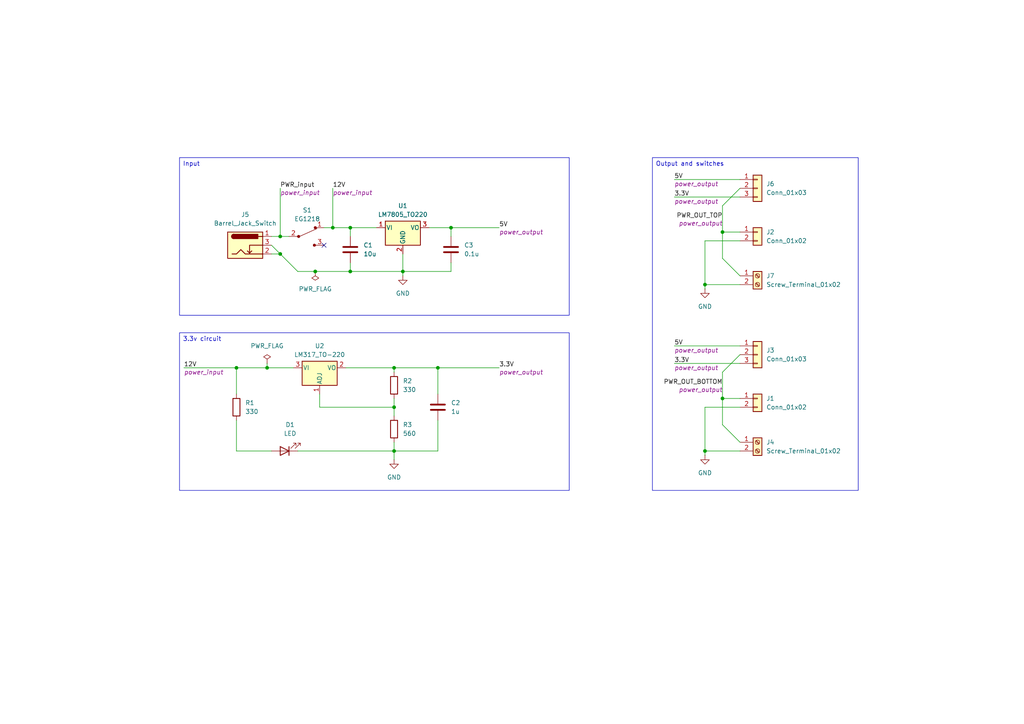
<source format=kicad_sch>
(kicad_sch
	(version 20250114)
	(generator "eeschema")
	(generator_version "9.0")
	(uuid "e2f1cae2-44de-41e0-8fd4-e901ecc7b3fd")
	(paper "A4")
	(lib_symbols
		(symbol "Connector:Barrel_Jack_Switch"
			(pin_names
				(hide yes)
			)
			(exclude_from_sim no)
			(in_bom yes)
			(on_board yes)
			(property "Reference" "J"
				(at 0 5.334 0)
				(effects
					(font
						(size 1.27 1.27)
					)
				)
			)
			(property "Value" "Barrel_Jack_Switch"
				(at 0 -5.08 0)
				(effects
					(font
						(size 1.27 1.27)
					)
				)
			)
			(property "Footprint" ""
				(at 1.27 -1.016 0)
				(effects
					(font
						(size 1.27 1.27)
					)
					(hide yes)
				)
			)
			(property "Datasheet" "~"
				(at 1.27 -1.016 0)
				(effects
					(font
						(size 1.27 1.27)
					)
					(hide yes)
				)
			)
			(property "Description" "DC Barrel Jack with an internal switch"
				(at 0 0 0)
				(effects
					(font
						(size 1.27 1.27)
					)
					(hide yes)
				)
			)
			(property "ki_keywords" "DC power barrel jack connector"
				(at 0 0 0)
				(effects
					(font
						(size 1.27 1.27)
					)
					(hide yes)
				)
			)
			(property "ki_fp_filters" "BarrelJack*"
				(at 0 0 0)
				(effects
					(font
						(size 1.27 1.27)
					)
					(hide yes)
				)
			)
			(symbol "Barrel_Jack_Switch_0_1"
				(rectangle
					(start -5.08 3.81)
					(end 5.08 -3.81)
					(stroke
						(width 0.254)
						(type default)
					)
					(fill
						(type background)
					)
				)
				(polyline
					(pts
						(xy -3.81 -2.54) (xy -2.54 -2.54) (xy -1.27 -1.27) (xy 0 -2.54) (xy 2.54 -2.54) (xy 5.08 -2.54)
					)
					(stroke
						(width 0.254)
						(type default)
					)
					(fill
						(type none)
					)
				)
				(arc
					(start -3.302 1.905)
					(mid -3.9343 2.54)
					(end -3.302 3.175)
					(stroke
						(width 0.254)
						(type default)
					)
					(fill
						(type none)
					)
				)
				(arc
					(start -3.302 1.905)
					(mid -3.9343 2.54)
					(end -3.302 3.175)
					(stroke
						(width 0.254)
						(type default)
					)
					(fill
						(type outline)
					)
				)
				(polyline
					(pts
						(xy 1.27 -2.286) (xy 1.905 -1.651)
					)
					(stroke
						(width 0.254)
						(type default)
					)
					(fill
						(type none)
					)
				)
				(rectangle
					(start 3.683 3.175)
					(end -3.302 1.905)
					(stroke
						(width 0.254)
						(type default)
					)
					(fill
						(type outline)
					)
				)
				(polyline
					(pts
						(xy 5.08 2.54) (xy 3.81 2.54)
					)
					(stroke
						(width 0.254)
						(type default)
					)
					(fill
						(type none)
					)
				)
				(polyline
					(pts
						(xy 5.08 0) (xy 1.27 0) (xy 1.27 -2.286) (xy 0.635 -1.651)
					)
					(stroke
						(width 0.254)
						(type default)
					)
					(fill
						(type none)
					)
				)
			)
			(symbol "Barrel_Jack_Switch_1_1"
				(pin passive line
					(at 7.62 2.54 180)
					(length 2.54)
					(name "~"
						(effects
							(font
								(size 1.27 1.27)
							)
						)
					)
					(number "1"
						(effects
							(font
								(size 1.27 1.27)
							)
						)
					)
				)
				(pin passive line
					(at 7.62 0 180)
					(length 2.54)
					(name "~"
						(effects
							(font
								(size 1.27 1.27)
							)
						)
					)
					(number "3"
						(effects
							(font
								(size 1.27 1.27)
							)
						)
					)
				)
				(pin passive line
					(at 7.62 -2.54 180)
					(length 2.54)
					(name "~"
						(effects
							(font
								(size 1.27 1.27)
							)
						)
					)
					(number "2"
						(effects
							(font
								(size 1.27 1.27)
							)
						)
					)
				)
			)
			(embedded_fonts no)
		)
		(symbol "Connector:Screw_Terminal_01x02"
			(pin_names
				(offset 1.016)
				(hide yes)
			)
			(exclude_from_sim no)
			(in_bom yes)
			(on_board yes)
			(property "Reference" "J"
				(at 0 2.54 0)
				(effects
					(font
						(size 1.27 1.27)
					)
				)
			)
			(property "Value" "Screw_Terminal_01x02"
				(at 0 -5.08 0)
				(effects
					(font
						(size 1.27 1.27)
					)
				)
			)
			(property "Footprint" ""
				(at 0 0 0)
				(effects
					(font
						(size 1.27 1.27)
					)
					(hide yes)
				)
			)
			(property "Datasheet" "~"
				(at 0 0 0)
				(effects
					(font
						(size 1.27 1.27)
					)
					(hide yes)
				)
			)
			(property "Description" "Generic screw terminal, single row, 01x02, script generated (kicad-library-utils/schlib/autogen/connector/)"
				(at 0 0 0)
				(effects
					(font
						(size 1.27 1.27)
					)
					(hide yes)
				)
			)
			(property "ki_keywords" "screw terminal"
				(at 0 0 0)
				(effects
					(font
						(size 1.27 1.27)
					)
					(hide yes)
				)
			)
			(property "ki_fp_filters" "TerminalBlock*:*"
				(at 0 0 0)
				(effects
					(font
						(size 1.27 1.27)
					)
					(hide yes)
				)
			)
			(symbol "Screw_Terminal_01x02_1_1"
				(rectangle
					(start -1.27 1.27)
					(end 1.27 -3.81)
					(stroke
						(width 0.254)
						(type default)
					)
					(fill
						(type background)
					)
				)
				(polyline
					(pts
						(xy -0.5334 0.3302) (xy 0.3302 -0.508)
					)
					(stroke
						(width 0.1524)
						(type default)
					)
					(fill
						(type none)
					)
				)
				(polyline
					(pts
						(xy -0.5334 -2.2098) (xy 0.3302 -3.048)
					)
					(stroke
						(width 0.1524)
						(type default)
					)
					(fill
						(type none)
					)
				)
				(polyline
					(pts
						(xy -0.3556 0.508) (xy 0.508 -0.3302)
					)
					(stroke
						(width 0.1524)
						(type default)
					)
					(fill
						(type none)
					)
				)
				(polyline
					(pts
						(xy -0.3556 -2.032) (xy 0.508 -2.8702)
					)
					(stroke
						(width 0.1524)
						(type default)
					)
					(fill
						(type none)
					)
				)
				(circle
					(center 0 0)
					(radius 0.635)
					(stroke
						(width 0.1524)
						(type default)
					)
					(fill
						(type none)
					)
				)
				(circle
					(center 0 -2.54)
					(radius 0.635)
					(stroke
						(width 0.1524)
						(type default)
					)
					(fill
						(type none)
					)
				)
				(pin passive line
					(at -5.08 0 0)
					(length 3.81)
					(name "Pin_1"
						(effects
							(font
								(size 1.27 1.27)
							)
						)
					)
					(number "1"
						(effects
							(font
								(size 1.27 1.27)
							)
						)
					)
				)
				(pin passive line
					(at -5.08 -2.54 0)
					(length 3.81)
					(name "Pin_2"
						(effects
							(font
								(size 1.27 1.27)
							)
						)
					)
					(number "2"
						(effects
							(font
								(size 1.27 1.27)
							)
						)
					)
				)
			)
			(embedded_fonts no)
		)
		(symbol "Connector_Generic:Conn_01x02"
			(pin_names
				(offset 1.016)
				(hide yes)
			)
			(exclude_from_sim no)
			(in_bom yes)
			(on_board yes)
			(property "Reference" "J"
				(at 0 2.54 0)
				(effects
					(font
						(size 1.27 1.27)
					)
				)
			)
			(property "Value" "Conn_01x02"
				(at 0 -5.08 0)
				(effects
					(font
						(size 1.27 1.27)
					)
				)
			)
			(property "Footprint" ""
				(at 0 0 0)
				(effects
					(font
						(size 1.27 1.27)
					)
					(hide yes)
				)
			)
			(property "Datasheet" "~"
				(at 0 0 0)
				(effects
					(font
						(size 1.27 1.27)
					)
					(hide yes)
				)
			)
			(property "Description" "Generic connector, single row, 01x02, script generated (kicad-library-utils/schlib/autogen/connector/)"
				(at 0 0 0)
				(effects
					(font
						(size 1.27 1.27)
					)
					(hide yes)
				)
			)
			(property "ki_keywords" "connector"
				(at 0 0 0)
				(effects
					(font
						(size 1.27 1.27)
					)
					(hide yes)
				)
			)
			(property "ki_fp_filters" "Connector*:*_1x??_*"
				(at 0 0 0)
				(effects
					(font
						(size 1.27 1.27)
					)
					(hide yes)
				)
			)
			(symbol "Conn_01x02_1_1"
				(rectangle
					(start -1.27 1.27)
					(end 1.27 -3.81)
					(stroke
						(width 0.254)
						(type default)
					)
					(fill
						(type background)
					)
				)
				(rectangle
					(start -1.27 0.127)
					(end 0 -0.127)
					(stroke
						(width 0.1524)
						(type default)
					)
					(fill
						(type none)
					)
				)
				(rectangle
					(start -1.27 -2.413)
					(end 0 -2.667)
					(stroke
						(width 0.1524)
						(type default)
					)
					(fill
						(type none)
					)
				)
				(pin passive line
					(at -5.08 0 0)
					(length 3.81)
					(name "Pin_1"
						(effects
							(font
								(size 1.27 1.27)
							)
						)
					)
					(number "1"
						(effects
							(font
								(size 1.27 1.27)
							)
						)
					)
				)
				(pin passive line
					(at -5.08 -2.54 0)
					(length 3.81)
					(name "Pin_2"
						(effects
							(font
								(size 1.27 1.27)
							)
						)
					)
					(number "2"
						(effects
							(font
								(size 1.27 1.27)
							)
						)
					)
				)
			)
			(embedded_fonts no)
		)
		(symbol "Connector_Generic:Conn_01x03"
			(pin_names
				(offset 1.016)
				(hide yes)
			)
			(exclude_from_sim no)
			(in_bom yes)
			(on_board yes)
			(property "Reference" "J"
				(at 0 5.08 0)
				(effects
					(font
						(size 1.27 1.27)
					)
				)
			)
			(property "Value" "Conn_01x03"
				(at 0 -5.08 0)
				(effects
					(font
						(size 1.27 1.27)
					)
				)
			)
			(property "Footprint" ""
				(at 0 0 0)
				(effects
					(font
						(size 1.27 1.27)
					)
					(hide yes)
				)
			)
			(property "Datasheet" "~"
				(at 0 0 0)
				(effects
					(font
						(size 1.27 1.27)
					)
					(hide yes)
				)
			)
			(property "Description" "Generic connector, single row, 01x03, script generated (kicad-library-utils/schlib/autogen/connector/)"
				(at 0 0 0)
				(effects
					(font
						(size 1.27 1.27)
					)
					(hide yes)
				)
			)
			(property "ki_keywords" "connector"
				(at 0 0 0)
				(effects
					(font
						(size 1.27 1.27)
					)
					(hide yes)
				)
			)
			(property "ki_fp_filters" "Connector*:*_1x??_*"
				(at 0 0 0)
				(effects
					(font
						(size 1.27 1.27)
					)
					(hide yes)
				)
			)
			(symbol "Conn_01x03_1_1"
				(rectangle
					(start -1.27 3.81)
					(end 1.27 -3.81)
					(stroke
						(width 0.254)
						(type default)
					)
					(fill
						(type background)
					)
				)
				(rectangle
					(start -1.27 2.667)
					(end 0 2.413)
					(stroke
						(width 0.1524)
						(type default)
					)
					(fill
						(type none)
					)
				)
				(rectangle
					(start -1.27 0.127)
					(end 0 -0.127)
					(stroke
						(width 0.1524)
						(type default)
					)
					(fill
						(type none)
					)
				)
				(rectangle
					(start -1.27 -2.413)
					(end 0 -2.667)
					(stroke
						(width 0.1524)
						(type default)
					)
					(fill
						(type none)
					)
				)
				(pin passive line
					(at -5.08 2.54 0)
					(length 3.81)
					(name "Pin_1"
						(effects
							(font
								(size 1.27 1.27)
							)
						)
					)
					(number "1"
						(effects
							(font
								(size 1.27 1.27)
							)
						)
					)
				)
				(pin passive line
					(at -5.08 0 0)
					(length 3.81)
					(name "Pin_2"
						(effects
							(font
								(size 1.27 1.27)
							)
						)
					)
					(number "2"
						(effects
							(font
								(size 1.27 1.27)
							)
						)
					)
				)
				(pin passive line
					(at -5.08 -2.54 0)
					(length 3.81)
					(name "Pin_3"
						(effects
							(font
								(size 1.27 1.27)
							)
						)
					)
					(number "3"
						(effects
							(font
								(size 1.27 1.27)
							)
						)
					)
				)
			)
			(embedded_fonts no)
		)
		(symbol "Device:C"
			(pin_numbers
				(hide yes)
			)
			(pin_names
				(offset 0.254)
			)
			(exclude_from_sim no)
			(in_bom yes)
			(on_board yes)
			(property "Reference" "C"
				(at 0.635 2.54 0)
				(effects
					(font
						(size 1.27 1.27)
					)
					(justify left)
				)
			)
			(property "Value" "C"
				(at 0.635 -2.54 0)
				(effects
					(font
						(size 1.27 1.27)
					)
					(justify left)
				)
			)
			(property "Footprint" ""
				(at 0.9652 -3.81 0)
				(effects
					(font
						(size 1.27 1.27)
					)
					(hide yes)
				)
			)
			(property "Datasheet" "~"
				(at 0 0 0)
				(effects
					(font
						(size 1.27 1.27)
					)
					(hide yes)
				)
			)
			(property "Description" "Unpolarized capacitor"
				(at 0 0 0)
				(effects
					(font
						(size 1.27 1.27)
					)
					(hide yes)
				)
			)
			(property "ki_keywords" "cap capacitor"
				(at 0 0 0)
				(effects
					(font
						(size 1.27 1.27)
					)
					(hide yes)
				)
			)
			(property "ki_fp_filters" "C_*"
				(at 0 0 0)
				(effects
					(font
						(size 1.27 1.27)
					)
					(hide yes)
				)
			)
			(symbol "C_0_1"
				(polyline
					(pts
						(xy -2.032 0.762) (xy 2.032 0.762)
					)
					(stroke
						(width 0.508)
						(type default)
					)
					(fill
						(type none)
					)
				)
				(polyline
					(pts
						(xy -2.032 -0.762) (xy 2.032 -0.762)
					)
					(stroke
						(width 0.508)
						(type default)
					)
					(fill
						(type none)
					)
				)
			)
			(symbol "C_1_1"
				(pin passive line
					(at 0 3.81 270)
					(length 2.794)
					(name "~"
						(effects
							(font
								(size 1.27 1.27)
							)
						)
					)
					(number "1"
						(effects
							(font
								(size 1.27 1.27)
							)
						)
					)
				)
				(pin passive line
					(at 0 -3.81 90)
					(length 2.794)
					(name "~"
						(effects
							(font
								(size 1.27 1.27)
							)
						)
					)
					(number "2"
						(effects
							(font
								(size 1.27 1.27)
							)
						)
					)
				)
			)
			(embedded_fonts no)
		)
		(symbol "Device:LED"
			(pin_numbers
				(hide yes)
			)
			(pin_names
				(offset 1.016)
				(hide yes)
			)
			(exclude_from_sim no)
			(in_bom yes)
			(on_board yes)
			(property "Reference" "D"
				(at 0 2.54 0)
				(effects
					(font
						(size 1.27 1.27)
					)
				)
			)
			(property "Value" "LED"
				(at 0 -2.54 0)
				(effects
					(font
						(size 1.27 1.27)
					)
				)
			)
			(property "Footprint" ""
				(at 0 0 0)
				(effects
					(font
						(size 1.27 1.27)
					)
					(hide yes)
				)
			)
			(property "Datasheet" "~"
				(at 0 0 0)
				(effects
					(font
						(size 1.27 1.27)
					)
					(hide yes)
				)
			)
			(property "Description" "Light emitting diode"
				(at 0 0 0)
				(effects
					(font
						(size 1.27 1.27)
					)
					(hide yes)
				)
			)
			(property "Sim.Pins" "1=K 2=A"
				(at 0 0 0)
				(effects
					(font
						(size 1.27 1.27)
					)
					(hide yes)
				)
			)
			(property "ki_keywords" "LED diode"
				(at 0 0 0)
				(effects
					(font
						(size 1.27 1.27)
					)
					(hide yes)
				)
			)
			(property "ki_fp_filters" "LED* LED_SMD:* LED_THT:*"
				(at 0 0 0)
				(effects
					(font
						(size 1.27 1.27)
					)
					(hide yes)
				)
			)
			(symbol "LED_0_1"
				(polyline
					(pts
						(xy -3.048 -0.762) (xy -4.572 -2.286) (xy -3.81 -2.286) (xy -4.572 -2.286) (xy -4.572 -1.524)
					)
					(stroke
						(width 0)
						(type default)
					)
					(fill
						(type none)
					)
				)
				(polyline
					(pts
						(xy -1.778 -0.762) (xy -3.302 -2.286) (xy -2.54 -2.286) (xy -3.302 -2.286) (xy -3.302 -1.524)
					)
					(stroke
						(width 0)
						(type default)
					)
					(fill
						(type none)
					)
				)
				(polyline
					(pts
						(xy -1.27 0) (xy 1.27 0)
					)
					(stroke
						(width 0)
						(type default)
					)
					(fill
						(type none)
					)
				)
				(polyline
					(pts
						(xy -1.27 -1.27) (xy -1.27 1.27)
					)
					(stroke
						(width 0.254)
						(type default)
					)
					(fill
						(type none)
					)
				)
				(polyline
					(pts
						(xy 1.27 -1.27) (xy 1.27 1.27) (xy -1.27 0) (xy 1.27 -1.27)
					)
					(stroke
						(width 0.254)
						(type default)
					)
					(fill
						(type none)
					)
				)
			)
			(symbol "LED_1_1"
				(pin passive line
					(at -3.81 0 0)
					(length 2.54)
					(name "K"
						(effects
							(font
								(size 1.27 1.27)
							)
						)
					)
					(number "1"
						(effects
							(font
								(size 1.27 1.27)
							)
						)
					)
				)
				(pin passive line
					(at 3.81 0 180)
					(length 2.54)
					(name "A"
						(effects
							(font
								(size 1.27 1.27)
							)
						)
					)
					(number "2"
						(effects
							(font
								(size 1.27 1.27)
							)
						)
					)
				)
			)
			(embedded_fonts no)
		)
		(symbol "Device:R"
			(pin_numbers
				(hide yes)
			)
			(pin_names
				(offset 0)
			)
			(exclude_from_sim no)
			(in_bom yes)
			(on_board yes)
			(property "Reference" "R"
				(at 2.032 0 90)
				(effects
					(font
						(size 1.27 1.27)
					)
				)
			)
			(property "Value" "R"
				(at 0 0 90)
				(effects
					(font
						(size 1.27 1.27)
					)
				)
			)
			(property "Footprint" ""
				(at -1.778 0 90)
				(effects
					(font
						(size 1.27 1.27)
					)
					(hide yes)
				)
			)
			(property "Datasheet" "~"
				(at 0 0 0)
				(effects
					(font
						(size 1.27 1.27)
					)
					(hide yes)
				)
			)
			(property "Description" "Resistor"
				(at 0 0 0)
				(effects
					(font
						(size 1.27 1.27)
					)
					(hide yes)
				)
			)
			(property "ki_keywords" "R res resistor"
				(at 0 0 0)
				(effects
					(font
						(size 1.27 1.27)
					)
					(hide yes)
				)
			)
			(property "ki_fp_filters" "R_*"
				(at 0 0 0)
				(effects
					(font
						(size 1.27 1.27)
					)
					(hide yes)
				)
			)
			(symbol "R_0_1"
				(rectangle
					(start -1.016 -2.54)
					(end 1.016 2.54)
					(stroke
						(width 0.254)
						(type default)
					)
					(fill
						(type none)
					)
				)
			)
			(symbol "R_1_1"
				(pin passive line
					(at 0 3.81 270)
					(length 1.27)
					(name "~"
						(effects
							(font
								(size 1.27 1.27)
							)
						)
					)
					(number "1"
						(effects
							(font
								(size 1.27 1.27)
							)
						)
					)
				)
				(pin passive line
					(at 0 -3.81 90)
					(length 1.27)
					(name "~"
						(effects
							(font
								(size 1.27 1.27)
							)
						)
					)
					(number "2"
						(effects
							(font
								(size 1.27 1.27)
							)
						)
					)
				)
			)
			(embedded_fonts no)
		)
		(symbol "Regulator_Linear:LM317_TO-220"
			(pin_names
				(offset 0.254)
			)
			(exclude_from_sim no)
			(in_bom yes)
			(on_board yes)
			(property "Reference" "U"
				(at -3.81 3.175 0)
				(effects
					(font
						(size 1.27 1.27)
					)
				)
			)
			(property "Value" "LM317_TO-220"
				(at 0 3.175 0)
				(effects
					(font
						(size 1.27 1.27)
					)
					(justify left)
				)
			)
			(property "Footprint" "Package_TO_SOT_THT:TO-220-3_Vertical"
				(at 0 6.35 0)
				(effects
					(font
						(size 1.27 1.27)
						(italic yes)
					)
					(hide yes)
				)
			)
			(property "Datasheet" "http://www.ti.com/lit/ds/symlink/lm317.pdf"
				(at 0 0 0)
				(effects
					(font
						(size 1.27 1.27)
					)
					(hide yes)
				)
			)
			(property "Description" "1.5A 35V Adjustable Linear Regulator, TO-220"
				(at 0 0 0)
				(effects
					(font
						(size 1.27 1.27)
					)
					(hide yes)
				)
			)
			(property "ki_keywords" "Adjustable Voltage Regulator 1A Positive"
				(at 0 0 0)
				(effects
					(font
						(size 1.27 1.27)
					)
					(hide yes)
				)
			)
			(property "ki_fp_filters" "TO?220*"
				(at 0 0 0)
				(effects
					(font
						(size 1.27 1.27)
					)
					(hide yes)
				)
			)
			(symbol "LM317_TO-220_0_1"
				(rectangle
					(start -5.08 1.905)
					(end 5.08 -5.08)
					(stroke
						(width 0.254)
						(type default)
					)
					(fill
						(type background)
					)
				)
			)
			(symbol "LM317_TO-220_1_1"
				(pin power_in line
					(at -7.62 0 0)
					(length 2.54)
					(name "VI"
						(effects
							(font
								(size 1.27 1.27)
							)
						)
					)
					(number "3"
						(effects
							(font
								(size 1.27 1.27)
							)
						)
					)
				)
				(pin input line
					(at 0 -7.62 90)
					(length 2.54)
					(name "ADJ"
						(effects
							(font
								(size 1.27 1.27)
							)
						)
					)
					(number "1"
						(effects
							(font
								(size 1.27 1.27)
							)
						)
					)
				)
				(pin power_out line
					(at 7.62 0 180)
					(length 2.54)
					(name "VO"
						(effects
							(font
								(size 1.27 1.27)
							)
						)
					)
					(number "2"
						(effects
							(font
								(size 1.27 1.27)
							)
						)
					)
				)
			)
			(embedded_fonts no)
		)
		(symbol "Regulator_Linear:LM7805_TO220"
			(pin_names
				(offset 0.254)
			)
			(exclude_from_sim no)
			(in_bom yes)
			(on_board yes)
			(property "Reference" "U"
				(at -3.81 3.175 0)
				(effects
					(font
						(size 1.27 1.27)
					)
				)
			)
			(property "Value" "LM7805_TO220"
				(at 0 3.175 0)
				(effects
					(font
						(size 1.27 1.27)
					)
					(justify left)
				)
			)
			(property "Footprint" "Package_TO_SOT_THT:TO-220-3_Vertical"
				(at 0 5.715 0)
				(effects
					(font
						(size 1.27 1.27)
						(italic yes)
					)
					(hide yes)
				)
			)
			(property "Datasheet" "https://www.onsemi.cn/PowerSolutions/document/MC7800-D.PDF"
				(at 0 -1.27 0)
				(effects
					(font
						(size 1.27 1.27)
					)
					(hide yes)
				)
			)
			(property "Description" "Positive 1A 35V Linear Regulator, Fixed Output 5V, TO-220"
				(at 0 0 0)
				(effects
					(font
						(size 1.27 1.27)
					)
					(hide yes)
				)
			)
			(property "ki_keywords" "Voltage Regulator 1A Positive"
				(at 0 0 0)
				(effects
					(font
						(size 1.27 1.27)
					)
					(hide yes)
				)
			)
			(property "ki_fp_filters" "TO?220*"
				(at 0 0 0)
				(effects
					(font
						(size 1.27 1.27)
					)
					(hide yes)
				)
			)
			(symbol "LM7805_TO220_0_1"
				(rectangle
					(start -5.08 1.905)
					(end 5.08 -5.08)
					(stroke
						(width 0.254)
						(type default)
					)
					(fill
						(type background)
					)
				)
			)
			(symbol "LM7805_TO220_1_1"
				(pin power_in line
					(at -7.62 0 0)
					(length 2.54)
					(name "VI"
						(effects
							(font
								(size 1.27 1.27)
							)
						)
					)
					(number "1"
						(effects
							(font
								(size 1.27 1.27)
							)
						)
					)
				)
				(pin power_in line
					(at 0 -7.62 90)
					(length 2.54)
					(name "GND"
						(effects
							(font
								(size 1.27 1.27)
							)
						)
					)
					(number "2"
						(effects
							(font
								(size 1.27 1.27)
							)
						)
					)
				)
				(pin power_out line
					(at 7.62 0 180)
					(length 2.54)
					(name "VO"
						(effects
							(font
								(size 1.27 1.27)
							)
						)
					)
					(number "3"
						(effects
							(font
								(size 1.27 1.27)
							)
						)
					)
				)
			)
			(embedded_fonts no)
		)
		(symbol "dk_Slide-Switches:EG1218"
			(pin_names
				(offset 0)
			)
			(exclude_from_sim no)
			(in_bom yes)
			(on_board yes)
			(property "Reference" "S"
				(at -3.81 2.286 0)
				(effects
					(font
						(size 1.27 1.27)
					)
				)
			)
			(property "Value" "EG1218"
				(at 0 -5.334 0)
				(effects
					(font
						(size 1.27 1.27)
					)
				)
			)
			(property "Footprint" "digikey-footprints:Switch_Slide_11.6x4mm_EG1218"
				(at 5.08 5.08 0)
				(effects
					(font
						(size 1.27 1.27)
					)
					(justify left)
					(hide yes)
				)
			)
			(property "Datasheet" "http://spec_sheets.e-switch.com/specs/P040040.pdf"
				(at 5.08 7.62 0)
				(effects
					(font
						(size 1.524 1.524)
					)
					(justify left)
					(hide yes)
				)
			)
			(property "Description" "SWITCH SLIDE SPDT 200MA 30V"
				(at 0 0 0)
				(effects
					(font
						(size 1.27 1.27)
					)
					(hide yes)
				)
			)
			(property "Digi-Key_PN" "EG1903-ND"
				(at 5.08 10.16 0)
				(effects
					(font
						(size 1.524 1.524)
					)
					(justify left)
					(hide yes)
				)
			)
			(property "MPN" "EG1218"
				(at 5.08 12.7 0)
				(effects
					(font
						(size 1.524 1.524)
					)
					(justify left)
					(hide yes)
				)
			)
			(property "Category" "Switches"
				(at 5.08 15.24 0)
				(effects
					(font
						(size 1.524 1.524)
					)
					(justify left)
					(hide yes)
				)
			)
			(property "Family" "Slide Switches"
				(at 5.08 17.78 0)
				(effects
					(font
						(size 1.524 1.524)
					)
					(justify left)
					(hide yes)
				)
			)
			(property "DK_Datasheet_Link" "http://spec_sheets.e-switch.com/specs/P040040.pdf"
				(at 5.08 20.32 0)
				(effects
					(font
						(size 1.524 1.524)
					)
					(justify left)
					(hide yes)
				)
			)
			(property "DK_Detail_Page" "/product-detail/en/e-switch/EG1218/EG1903-ND/101726"
				(at 5.08 22.86 0)
				(effects
					(font
						(size 1.524 1.524)
					)
					(justify left)
					(hide yes)
				)
			)
			(property "Description_1" "SWITCH SLIDE SPDT 200MA 30V"
				(at 5.08 25.4 0)
				(effects
					(font
						(size 1.524 1.524)
					)
					(justify left)
					(hide yes)
				)
			)
			(property "Manufacturer" "E-Switch"
				(at 5.08 27.94 0)
				(effects
					(font
						(size 1.524 1.524)
					)
					(justify left)
					(hide yes)
				)
			)
			(property "Status" "Active"
				(at 5.08 30.48 0)
				(effects
					(font
						(size 1.524 1.524)
					)
					(justify left)
					(hide yes)
				)
			)
			(property "ki_keywords" "EG1903-ND EG"
				(at 0 0 0)
				(effects
					(font
						(size 1.27 1.27)
					)
					(hide yes)
				)
			)
			(symbol "EG1218_0_1"
				(circle
					(center -2.286 0)
					(radius 0.3556)
					(stroke
						(width 0)
						(type solid)
					)
					(fill
						(type outline)
					)
				)
				(polyline
					(pts
						(xy -2.032 0) (xy 3.048 2.286)
					)
					(stroke
						(width 0)
						(type solid)
					)
					(fill
						(type none)
					)
				)
				(circle
					(center 2.286 -2.54)
					(radius 0.3556)
					(stroke
						(width 0)
						(type solid)
					)
					(fill
						(type outline)
					)
				)
				(circle
					(center 2.54 2.54)
					(radius 0.3556)
					(stroke
						(width 0)
						(type solid)
					)
					(fill
						(type outline)
					)
				)
			)
			(symbol "EG1218_1_1"
				(pin passive line
					(at -5.08 0 0)
					(length 2.54)
					(name "~"
						(effects
							(font
								(size 1.27 1.27)
							)
						)
					)
					(number "2"
						(effects
							(font
								(size 1.27 1.27)
							)
						)
					)
				)
				(pin passive line
					(at 5.08 2.54 180)
					(length 2.54)
					(name "~"
						(effects
							(font
								(size 1.27 1.27)
							)
						)
					)
					(number "1"
						(effects
							(font
								(size 1.27 1.27)
							)
						)
					)
				)
				(pin passive line
					(at 5.08 -2.54 180)
					(length 2.54)
					(name "~"
						(effects
							(font
								(size 1.27 1.27)
							)
						)
					)
					(number "3"
						(effects
							(font
								(size 1.27 1.27)
							)
						)
					)
				)
			)
			(embedded_fonts no)
		)
		(symbol "power:GND"
			(power)
			(pin_numbers
				(hide yes)
			)
			(pin_names
				(offset 0)
				(hide yes)
			)
			(exclude_from_sim no)
			(in_bom yes)
			(on_board yes)
			(property "Reference" "#PWR"
				(at 0 -6.35 0)
				(effects
					(font
						(size 1.27 1.27)
					)
					(hide yes)
				)
			)
			(property "Value" "GND"
				(at 0 -3.81 0)
				(effects
					(font
						(size 1.27 1.27)
					)
				)
			)
			(property "Footprint" ""
				(at 0 0 0)
				(effects
					(font
						(size 1.27 1.27)
					)
					(hide yes)
				)
			)
			(property "Datasheet" ""
				(at 0 0 0)
				(effects
					(font
						(size 1.27 1.27)
					)
					(hide yes)
				)
			)
			(property "Description" "Power symbol creates a global label with name \"GND\" , ground"
				(at 0 0 0)
				(effects
					(font
						(size 1.27 1.27)
					)
					(hide yes)
				)
			)
			(property "ki_keywords" "global power"
				(at 0 0 0)
				(effects
					(font
						(size 1.27 1.27)
					)
					(hide yes)
				)
			)
			(symbol "GND_0_1"
				(polyline
					(pts
						(xy 0 0) (xy 0 -1.27) (xy 1.27 -1.27) (xy 0 -2.54) (xy -1.27 -1.27) (xy 0 -1.27)
					)
					(stroke
						(width 0)
						(type default)
					)
					(fill
						(type none)
					)
				)
			)
			(symbol "GND_1_1"
				(pin power_in line
					(at 0 0 270)
					(length 0)
					(name "~"
						(effects
							(font
								(size 1.27 1.27)
							)
						)
					)
					(number "1"
						(effects
							(font
								(size 1.27 1.27)
							)
						)
					)
				)
			)
			(embedded_fonts no)
		)
		(symbol "power:PWR_FLAG"
			(power)
			(pin_numbers
				(hide yes)
			)
			(pin_names
				(offset 0)
				(hide yes)
			)
			(exclude_from_sim no)
			(in_bom yes)
			(on_board yes)
			(property "Reference" "#FLG"
				(at 0 1.905 0)
				(effects
					(font
						(size 1.27 1.27)
					)
					(hide yes)
				)
			)
			(property "Value" "PWR_FLAG"
				(at 0 3.81 0)
				(effects
					(font
						(size 1.27 1.27)
					)
				)
			)
			(property "Footprint" ""
				(at 0 0 0)
				(effects
					(font
						(size 1.27 1.27)
					)
					(hide yes)
				)
			)
			(property "Datasheet" "~"
				(at 0 0 0)
				(effects
					(font
						(size 1.27 1.27)
					)
					(hide yes)
				)
			)
			(property "Description" "Special symbol for telling ERC where power comes from"
				(at 0 0 0)
				(effects
					(font
						(size 1.27 1.27)
					)
					(hide yes)
				)
			)
			(property "ki_keywords" "flag power"
				(at 0 0 0)
				(effects
					(font
						(size 1.27 1.27)
					)
					(hide yes)
				)
			)
			(symbol "PWR_FLAG_0_0"
				(pin power_out line
					(at 0 0 90)
					(length 0)
					(name "~"
						(effects
							(font
								(size 1.27 1.27)
							)
						)
					)
					(number "1"
						(effects
							(font
								(size 1.27 1.27)
							)
						)
					)
				)
			)
			(symbol "PWR_FLAG_0_1"
				(polyline
					(pts
						(xy 0 0) (xy 0 1.27) (xy -1.016 1.905) (xy 0 2.54) (xy 1.016 1.905) (xy 0 1.27)
					)
					(stroke
						(width 0)
						(type default)
					)
					(fill
						(type none)
					)
				)
			)
			(embedded_fonts no)
		)
	)
	(text_box "Output and switches"
		(exclude_from_sim no)
		(at 189.23 45.72 0)
		(size 59.69 96.52)
		(margins 0.9525 0.9525 0.9525 0.9525)
		(stroke
			(width 0)
			(type solid)
		)
		(fill
			(type none)
		)
		(effects
			(font
				(size 1.27 1.27)
			)
			(justify left top)
		)
		(uuid "23a43e3e-1405-4d37-95e1-09712d515b52")
	)
	(text_box "3.3v circuit"
		(exclude_from_sim no)
		(at 52.07 96.52 0)
		(size 113.03 45.72)
		(margins 0.9525 0.9525 0.9525 0.9525)
		(stroke
			(width 0)
			(type solid)
		)
		(fill
			(type none)
		)
		(effects
			(font
				(size 1.27 1.27)
			)
			(justify left top)
		)
		(uuid "dcbc1deb-b0f8-4441-9a10-6bd898fb3914")
	)
	(text_box "Input"
		(exclude_from_sim no)
		(at 52.07 45.72 0)
		(size 113.03 45.72)
		(margins 0.9525 0.9525 0.9525 0.9525)
		(stroke
			(width 0)
			(type solid)
		)
		(fill
			(type none)
		)
		(effects
			(font
				(size 1.27 1.27)
			)
			(justify left top)
		)
		(uuid "f45330cd-712f-4528-bce4-2f515d1f3b58")
	)
	(junction
		(at 114.3 106.68)
		(diameter 0)
		(color 0 0 0 0)
		(uuid "0766b4e5-44a0-46b6-b09b-96cf58ffdce7")
	)
	(junction
		(at 209.55 67.31)
		(diameter 0)
		(color 0 0 0 0)
		(uuid "0e98a7a4-f58e-4871-b4b5-948d5b74a109")
	)
	(junction
		(at 81.28 68.58)
		(diameter 0)
		(color 0 0 0 0)
		(uuid "1584bd3a-b787-4252-b5d5-ced6a4d6be94")
	)
	(junction
		(at 116.84 78.74)
		(diameter 0)
		(color 0 0 0 0)
		(uuid "4731afda-b779-4fdf-ad31-6177a75dcc1b")
	)
	(junction
		(at 204.47 130.81)
		(diameter 0)
		(color 0 0 0 0)
		(uuid "51a8d8f6-85de-47e2-bfca-d97e5efe61b4")
	)
	(junction
		(at 101.6 78.74)
		(diameter 0)
		(color 0 0 0 0)
		(uuid "6496838d-d64e-4bc1-871d-c8672dea96b7")
	)
	(junction
		(at 91.44 78.74)
		(diameter 0)
		(color 0 0 0 0)
		(uuid "91e92369-dee8-44bb-b44f-c5befad65d3e")
	)
	(junction
		(at 101.6 66.04)
		(diameter 0)
		(color 0 0 0 0)
		(uuid "9b0739d0-dc0d-469f-bd86-cc35c5471ed7")
	)
	(junction
		(at 114.3 130.81)
		(diameter 0)
		(color 0 0 0 0)
		(uuid "9f14d116-b48c-4174-be82-4344ba73bf6d")
	)
	(junction
		(at 127 106.68)
		(diameter 0)
		(color 0 0 0 0)
		(uuid "b3412ed0-dadf-4cf7-b77e-9c1d8e02fce1")
	)
	(junction
		(at 204.47 82.55)
		(diameter 0)
		(color 0 0 0 0)
		(uuid "be6addb3-8b2e-4ba7-b4c1-6e00c8d6e874")
	)
	(junction
		(at 130.81 66.04)
		(diameter 0)
		(color 0 0 0 0)
		(uuid "cd610458-3aa8-492b-b24c-4a1ab8551161")
	)
	(junction
		(at 68.58 106.68)
		(diameter 0)
		(color 0 0 0 0)
		(uuid "daa07c29-57c5-4579-ac7c-2ca64475c614")
	)
	(junction
		(at 209.55 115.57)
		(diameter 0)
		(color 0 0 0 0)
		(uuid "e20bfc54-b053-41c7-bafa-9769c4bad363")
	)
	(junction
		(at 96.52 66.04)
		(diameter 0)
		(color 0 0 0 0)
		(uuid "e7141db5-ce5f-4eed-8420-ba4af332b476")
	)
	(junction
		(at 81.28 73.66)
		(diameter 0)
		(color 0 0 0 0)
		(uuid "f0700860-d944-40a8-818a-c11c9921fb57")
	)
	(junction
		(at 77.47 106.68)
		(diameter 0)
		(color 0 0 0 0)
		(uuid "f27d5751-7705-410a-83dd-60494bf74976")
	)
	(junction
		(at 114.3 118.11)
		(diameter 0)
		(color 0 0 0 0)
		(uuid "fbdfdea5-ef66-4f12-8ef1-0099db3e47a2")
	)
	(no_connect
		(at 93.98 71.12)
		(uuid "0c22ab2b-f64f-42ec-af23-deb80a12627c")
	)
	(wire
		(pts
			(xy 124.46 66.04) (xy 130.81 66.04)
		)
		(stroke
			(width 0)
			(type default)
		)
		(uuid "00cc61b9-c32c-4801-8a3a-13ed25791c4b")
	)
	(wire
		(pts
			(xy 209.55 74.93) (xy 209.55 67.31)
		)
		(stroke
			(width 0)
			(type default)
		)
		(uuid "03bed5c7-a23c-4ae5-9c74-bcb6f7d56656")
	)
	(wire
		(pts
			(xy 77.47 106.68) (xy 85.09 106.68)
		)
		(stroke
			(width 0)
			(type default)
		)
		(uuid "03e9e6bf-0eb3-405a-bdb1-3e5ecaf61e00")
	)
	(wire
		(pts
			(xy 204.47 118.11) (xy 214.63 118.11)
		)
		(stroke
			(width 0)
			(type default)
		)
		(uuid "11b3ff55-9f9c-41aa-89b0-dff518eb5c0a")
	)
	(wire
		(pts
			(xy 209.55 59.69) (xy 214.63 54.61)
		)
		(stroke
			(width 0)
			(type default)
		)
		(uuid "172833f1-27c5-4df1-9bdf-604b87328e8a")
	)
	(wire
		(pts
			(xy 68.58 130.81) (xy 78.74 130.81)
		)
		(stroke
			(width 0)
			(type default)
		)
		(uuid "1db245d9-02e3-4176-924d-df1bfbcebdf8")
	)
	(wire
		(pts
			(xy 204.47 69.85) (xy 214.63 69.85)
		)
		(stroke
			(width 0)
			(type default)
		)
		(uuid "2728c9f4-cd2d-43f6-8197-cdd71b0993d6")
	)
	(wire
		(pts
			(xy 96.52 54.61) (xy 96.52 66.04)
		)
		(stroke
			(width 0)
			(type default)
		)
		(uuid "2a770993-04d6-48d7-9c9a-dde49431d6c3")
	)
	(wire
		(pts
			(xy 92.71 118.11) (xy 114.3 118.11)
		)
		(stroke
			(width 0)
			(type default)
		)
		(uuid "35f8c1d8-6673-42dd-8412-b602e991cac5")
	)
	(wire
		(pts
			(xy 209.55 67.31) (xy 214.63 67.31)
		)
		(stroke
			(width 0)
			(type default)
		)
		(uuid "3e05e19e-d988-4d18-a246-91f9390d42d3")
	)
	(wire
		(pts
			(xy 209.55 107.95) (xy 214.63 102.87)
		)
		(stroke
			(width 0)
			(type default)
		)
		(uuid "496e305d-ac0c-46a1-8b1f-4e4fb3cf1883")
	)
	(wire
		(pts
			(xy 78.74 73.66) (xy 81.28 73.66)
		)
		(stroke
			(width 0)
			(type default)
		)
		(uuid "4e0d2ff5-dde4-4558-8a59-1636de6202ab")
	)
	(wire
		(pts
			(xy 209.55 107.95) (xy 209.55 115.57)
		)
		(stroke
			(width 0)
			(type default)
		)
		(uuid "5258185d-66ed-45fe-8c95-87fa59f38369")
	)
	(wire
		(pts
			(xy 204.47 82.55) (xy 214.63 82.55)
		)
		(stroke
			(width 0)
			(type default)
		)
		(uuid "53c28267-a47e-4d2e-b214-1bcb4f0da10a")
	)
	(wire
		(pts
			(xy 77.47 105.41) (xy 77.47 106.68)
		)
		(stroke
			(width 0)
			(type default)
		)
		(uuid "55f778c5-17d3-4307-b054-c99ec83944c1")
	)
	(wire
		(pts
			(xy 204.47 69.85) (xy 204.47 82.55)
		)
		(stroke
			(width 0)
			(type default)
		)
		(uuid "56661687-8272-44c6-9963-056b0fd13b2f")
	)
	(wire
		(pts
			(xy 81.28 68.58) (xy 83.82 68.58)
		)
		(stroke
			(width 0)
			(type default)
		)
		(uuid "56886b60-588f-43d2-9c6d-efc7b546adc4")
	)
	(wire
		(pts
			(xy 130.81 66.04) (xy 130.81 68.58)
		)
		(stroke
			(width 0)
			(type default)
		)
		(uuid "5fa94869-e1ef-45d4-9e82-02fc9b94520e")
	)
	(wire
		(pts
			(xy 114.3 107.95) (xy 114.3 106.68)
		)
		(stroke
			(width 0)
			(type default)
		)
		(uuid "66f8dc7b-2a6d-4db4-91c5-477d03c000f6")
	)
	(wire
		(pts
			(xy 68.58 106.68) (xy 77.47 106.68)
		)
		(stroke
			(width 0)
			(type default)
		)
		(uuid "699a210f-3e9a-4aaa-87ee-f74e77e064dc")
	)
	(wire
		(pts
			(xy 214.63 128.27) (xy 209.55 123.19)
		)
		(stroke
			(width 0)
			(type default)
		)
		(uuid "7ba22aca-65ab-43e4-a3f9-b3a0961e84cf")
	)
	(wire
		(pts
			(xy 114.3 130.81) (xy 127 130.81)
		)
		(stroke
			(width 0)
			(type default)
		)
		(uuid "7e6ba6d7-26a8-4e27-8bda-45ab4c16ab65")
	)
	(wire
		(pts
			(xy 81.28 73.66) (xy 78.74 71.12)
		)
		(stroke
			(width 0)
			(type default)
		)
		(uuid "826ddce4-49e6-4e37-b4c8-2ab36b513c25")
	)
	(wire
		(pts
			(xy 101.6 78.74) (xy 116.84 78.74)
		)
		(stroke
			(width 0)
			(type default)
		)
		(uuid "82da6d2e-91c2-4582-b3a6-5acfac2b5f4a")
	)
	(wire
		(pts
			(xy 114.3 133.35) (xy 114.3 130.81)
		)
		(stroke
			(width 0)
			(type default)
		)
		(uuid "843bb522-e870-4341-a333-ebdd9da03470")
	)
	(wire
		(pts
			(xy 114.3 106.68) (xy 127 106.68)
		)
		(stroke
			(width 0)
			(type default)
		)
		(uuid "8545a1e8-8bda-43b1-bba9-97a8e50f64a8")
	)
	(wire
		(pts
			(xy 96.52 66.04) (xy 101.6 66.04)
		)
		(stroke
			(width 0)
			(type default)
		)
		(uuid "8570b2b0-1955-44ab-bc0b-5e223e946ca7")
	)
	(wire
		(pts
			(xy 101.6 76.2) (xy 101.6 78.74)
		)
		(stroke
			(width 0)
			(type default)
		)
		(uuid "89f3812c-8869-4211-ad66-0761f864cc1e")
	)
	(wire
		(pts
			(xy 130.81 78.74) (xy 130.81 76.2)
		)
		(stroke
			(width 0)
			(type default)
		)
		(uuid "937feebb-4f50-44a1-8a84-a3652ee52513")
	)
	(wire
		(pts
			(xy 116.84 78.74) (xy 116.84 73.66)
		)
		(stroke
			(width 0)
			(type default)
		)
		(uuid "979aea47-2b41-4816-a219-16016bc3877c")
	)
	(wire
		(pts
			(xy 68.58 106.68) (xy 68.58 114.3)
		)
		(stroke
			(width 0)
			(type default)
		)
		(uuid "a7ca03f3-e115-46a8-bf7d-9e43b1df4672")
	)
	(wire
		(pts
			(xy 204.47 118.11) (xy 204.47 130.81)
		)
		(stroke
			(width 0)
			(type default)
		)
		(uuid "aff4fc56-28b5-4169-b129-7b9e2446e94b")
	)
	(wire
		(pts
			(xy 195.58 52.07) (xy 214.63 52.07)
		)
		(stroke
			(width 0)
			(type default)
		)
		(uuid "b5cd8caf-7f25-4eb0-82ce-cd7371f4502d")
	)
	(wire
		(pts
			(xy 78.74 68.58) (xy 81.28 68.58)
		)
		(stroke
			(width 0)
			(type default)
		)
		(uuid "b5d62b22-b20c-48d8-bb36-03cfcaffe1e6")
	)
	(wire
		(pts
			(xy 101.6 66.04) (xy 101.6 68.58)
		)
		(stroke
			(width 0)
			(type default)
		)
		(uuid "b7b3a6f8-550c-44b8-837e-23449e6e5049")
	)
	(wire
		(pts
			(xy 195.58 100.33) (xy 214.63 100.33)
		)
		(stroke
			(width 0)
			(type default)
		)
		(uuid "ba3c5893-1357-41ff-abb0-9e3eb2c45a22")
	)
	(wire
		(pts
			(xy 214.63 80.01) (xy 209.55 74.93)
		)
		(stroke
			(width 0)
			(type default)
		)
		(uuid "babfd6a7-805e-4c3e-8ff2-44622934ae67")
	)
	(wire
		(pts
			(xy 81.28 54.61) (xy 81.28 68.58)
		)
		(stroke
			(width 0)
			(type default)
		)
		(uuid "bd17a980-e60e-4dd1-b62c-8f7f60eb3050")
	)
	(wire
		(pts
			(xy 114.3 128.27) (xy 114.3 130.81)
		)
		(stroke
			(width 0)
			(type default)
		)
		(uuid "c01a4f3c-c572-4be7-9274-fe4e64791d49")
	)
	(wire
		(pts
			(xy 100.33 106.68) (xy 114.3 106.68)
		)
		(stroke
			(width 0)
			(type default)
		)
		(uuid "c0825e3c-e905-4764-ae07-a491b3c07f0d")
	)
	(wire
		(pts
			(xy 116.84 78.74) (xy 130.81 78.74)
		)
		(stroke
			(width 0)
			(type default)
		)
		(uuid "c3ed033e-477e-4765-91d3-cec12d7359d6")
	)
	(wire
		(pts
			(xy 91.44 78.74) (xy 86.36 78.74)
		)
		(stroke
			(width 0)
			(type default)
		)
		(uuid "cb27c585-4e48-4aeb-b1c3-c1ad5ee98377")
	)
	(wire
		(pts
			(xy 204.47 132.08) (xy 204.47 130.81)
		)
		(stroke
			(width 0)
			(type default)
		)
		(uuid "cd64a398-d9c6-4843-8e2a-af152d950add")
	)
	(wire
		(pts
			(xy 209.55 115.57) (xy 214.63 115.57)
		)
		(stroke
			(width 0)
			(type default)
		)
		(uuid "d25a35a7-da4a-4260-a0ae-59ef919a0f1b")
	)
	(wire
		(pts
			(xy 209.55 59.69) (xy 209.55 67.31)
		)
		(stroke
			(width 0)
			(type default)
		)
		(uuid "d4909435-8055-42b0-95db-2b75a167ae1b")
	)
	(wire
		(pts
			(xy 93.98 66.04) (xy 96.52 66.04)
		)
		(stroke
			(width 0)
			(type default)
		)
		(uuid "d602d6e0-6347-490a-924f-01e21b6fadf7")
	)
	(wire
		(pts
			(xy 195.58 57.15) (xy 214.63 57.15)
		)
		(stroke
			(width 0)
			(type default)
		)
		(uuid "d6748368-08d7-4ad6-ad7f-e908dea6626c")
	)
	(wire
		(pts
			(xy 195.58 105.41) (xy 214.63 105.41)
		)
		(stroke
			(width 0)
			(type default)
		)
		(uuid "d72d7803-a21a-40b9-a647-5eec4908a827")
	)
	(wire
		(pts
			(xy 127 121.92) (xy 127 130.81)
		)
		(stroke
			(width 0)
			(type default)
		)
		(uuid "da383912-9069-4d42-8bc3-cde6a1296c10")
	)
	(wire
		(pts
			(xy 127 106.68) (xy 127 114.3)
		)
		(stroke
			(width 0)
			(type default)
		)
		(uuid "dcd2ae8e-1669-413b-b226-1b5b3283f20a")
	)
	(wire
		(pts
			(xy 68.58 121.92) (xy 68.58 130.81)
		)
		(stroke
			(width 0)
			(type default)
		)
		(uuid "dd3968de-bca7-4105-9b74-cfb131f1086f")
	)
	(wire
		(pts
			(xy 116.84 78.74) (xy 116.84 80.01)
		)
		(stroke
			(width 0)
			(type default)
		)
		(uuid "df0fbf85-b5c9-406b-8721-882cbf30ecf1")
	)
	(wire
		(pts
			(xy 101.6 66.04) (xy 109.22 66.04)
		)
		(stroke
			(width 0)
			(type default)
		)
		(uuid "e0d1e8fd-f237-4cec-993f-5caf3c6b0941")
	)
	(wire
		(pts
			(xy 114.3 115.57) (xy 114.3 118.11)
		)
		(stroke
			(width 0)
			(type default)
		)
		(uuid "e3fda513-fb3b-419c-ae08-5663fe51e22c")
	)
	(wire
		(pts
			(xy 204.47 83.82) (xy 204.47 82.55)
		)
		(stroke
			(width 0)
			(type default)
		)
		(uuid "e8d83f71-72bd-45a0-a53a-268fb82107e6")
	)
	(wire
		(pts
			(xy 86.36 78.74) (xy 81.28 73.66)
		)
		(stroke
			(width 0)
			(type default)
		)
		(uuid "ec7b0594-12e7-4680-abfa-c3d73c0ae5e2")
	)
	(wire
		(pts
			(xy 130.81 66.04) (xy 144.78 66.04)
		)
		(stroke
			(width 0)
			(type default)
		)
		(uuid "f1b1f065-764c-4f0f-9789-b301c3557b30")
	)
	(wire
		(pts
			(xy 204.47 130.81) (xy 214.63 130.81)
		)
		(stroke
			(width 0)
			(type default)
		)
		(uuid "f210cdae-a886-4d57-99ac-280074333b95")
	)
	(wire
		(pts
			(xy 101.6 78.74) (xy 91.44 78.74)
		)
		(stroke
			(width 0)
			(type default)
		)
		(uuid "f5cd8af1-d130-441f-abd2-3e89385dfe04")
	)
	(wire
		(pts
			(xy 209.55 123.19) (xy 209.55 115.57)
		)
		(stroke
			(width 0)
			(type default)
		)
		(uuid "f646165a-b330-4c49-8d3e-8c7d964dd8ef")
	)
	(wire
		(pts
			(xy 53.34 106.68) (xy 68.58 106.68)
		)
		(stroke
			(width 0)
			(type default)
		)
		(uuid "f65830f8-a162-4d87-8d29-30c845ca83d5")
	)
	(wire
		(pts
			(xy 92.71 118.11) (xy 92.71 114.3)
		)
		(stroke
			(width 0)
			(type default)
		)
		(uuid "f977b783-c09d-4574-9077-556c02800ab5")
	)
	(wire
		(pts
			(xy 86.36 130.81) (xy 114.3 130.81)
		)
		(stroke
			(width 0)
			(type default)
		)
		(uuid "fa84fda4-7957-487a-9145-fc7d4539c6c9")
	)
	(wire
		(pts
			(xy 114.3 118.11) (xy 114.3 120.65)
		)
		(stroke
			(width 0)
			(type default)
		)
		(uuid "fa9d4583-a9d5-47a9-b8aa-6d14909b8045")
	)
	(wire
		(pts
			(xy 127 106.68) (xy 144.78 106.68)
		)
		(stroke
			(width 0)
			(type default)
		)
		(uuid "fb2dab42-f523-4b06-acb4-9bcd6686c9e7")
	)
	(label "5V"
		(at 195.58 52.07 0)
		(fields_autoplaced yes)
		(effects
			(font
				(size 1.27 1.27)
			)
			(justify left bottom)
		)
		(uuid "042dd9b8-bd42-48c7-ad48-765c0345a964")
		(property "Netclass" "power_output"
			(at 195.58 53.34 0)
			(effects
				(font
					(size 1.27 1.27)
					(italic yes)
				)
				(justify left)
			)
		)
	)
	(label "5V"
		(at 144.78 66.04 0)
		(fields_autoplaced yes)
		(effects
			(font
				(size 1.27 1.27)
			)
			(justify left bottom)
		)
		(uuid "24b5cb25-83db-4371-854a-38dcf92fbf92")
		(property "Netclass" "power_output"
			(at 144.78 67.31 0)
			(effects
				(font
					(size 1.27 1.27)
					(italic yes)
				)
				(justify left)
			)
		)
	)
	(label "3.3V"
		(at 195.58 105.41 0)
		(fields_autoplaced yes)
		(effects
			(font
				(size 1.27 1.27)
			)
			(justify left bottom)
		)
		(uuid "2c71c85d-18e6-45cf-bc76-86dd2b99f553")
		(property "Netclass" "power_output"
			(at 195.58 106.68 0)
			(effects
				(font
					(size 1.27 1.27)
					(italic yes)
				)
				(justify left)
			)
		)
	)
	(label "3.3V"
		(at 144.78 106.68 0)
		(fields_autoplaced yes)
		(effects
			(font
				(size 1.27 1.27)
			)
			(justify left bottom)
		)
		(uuid "2c8609ae-7abb-4403-8808-790ccfe0ed52")
		(property "Netclass" "power_output"
			(at 144.78 107.95 0)
			(effects
				(font
					(size 1.27 1.27)
					(italic yes)
				)
				(justify left)
			)
		)
	)
	(label "5V"
		(at 195.58 100.33 0)
		(fields_autoplaced yes)
		(effects
			(font
				(size 1.27 1.27)
			)
			(justify left bottom)
		)
		(uuid "3b883b48-29f2-468e-a480-d5dd91505b1e")
		(property "Netclass" "power_output"
			(at 195.58 101.6 0)
			(effects
				(font
					(size 1.27 1.27)
					(italic yes)
				)
				(justify left)
			)
		)
	)
	(label "PWR_input"
		(at 81.28 54.61 0)
		(fields_autoplaced yes)
		(effects
			(font
				(size 1.27 1.27)
			)
			(justify left bottom)
		)
		(uuid "402b7334-82a7-4d89-a71f-354c61d2420f")
		(property "Netclass" "power_input"
			(at 81.28 55.88 0)
			(effects
				(font
					(size 1.27 1.27)
					(italic yes)
				)
				(justify left)
			)
		)
	)
	(label "PWR_OUT_TOP"
		(at 209.55 63.5 180)
		(fields_autoplaced yes)
		(effects
			(font
				(size 1.27 1.27)
			)
			(justify right bottom)
		)
		(uuid "7a3e1cd6-a9c6-4060-a1e0-f9f7c66bf562")
		(property "Netclass" "power_output"
			(at 209.55 64.77 0)
			(effects
				(font
					(size 1.27 1.27)
					(italic yes)
				)
				(justify right)
			)
		)
	)
	(label "12V"
		(at 96.52 54.61 0)
		(fields_autoplaced yes)
		(effects
			(font
				(size 1.27 1.27)
			)
			(justify left bottom)
		)
		(uuid "86abd65c-a002-4fae-930f-61ce744e7b09")
		(property "Netclass" "power_input"
			(at 96.52 55.88 0)
			(effects
				(font
					(size 1.27 1.27)
					(italic yes)
				)
				(justify left)
			)
		)
	)
	(label "PWR_OUT_BOTTOM"
		(at 209.55 111.76 180)
		(fields_autoplaced yes)
		(effects
			(font
				(size 1.27 1.27)
			)
			(justify right bottom)
		)
		(uuid "98a1305a-4b02-45f3-9f28-0bcf57b0b028")
		(property "Netclass" "power_output"
			(at 209.55 113.03 0)
			(effects
				(font
					(size 1.27 1.27)
					(italic yes)
				)
				(justify right)
			)
		)
	)
	(label "12V"
		(at 53.34 106.68 0)
		(fields_autoplaced yes)
		(effects
			(font
				(size 1.27 1.27)
			)
			(justify left bottom)
		)
		(uuid "aa9d6b6d-bc2c-4564-83aa-f6317c927917")
		(property "Netclass" "power_input"
			(at 53.34 107.95 0)
			(effects
				(font
					(size 1.27 1.27)
					(italic yes)
				)
				(justify left)
			)
		)
	)
	(label "3.3V"
		(at 195.58 57.15 0)
		(fields_autoplaced yes)
		(effects
			(font
				(size 1.27 1.27)
			)
			(justify left bottom)
		)
		(uuid "d74045dc-895e-4206-ad41-9a253cb3c2b7")
		(property "Netclass" "power_output"
			(at 195.58 58.42 0)
			(effects
				(font
					(size 1.27 1.27)
					(italic yes)
				)
				(justify left)
			)
		)
	)
	(symbol
		(lib_id "Connector:Screw_Terminal_01x02")
		(at 219.71 80.01 0)
		(unit 1)
		(exclude_from_sim no)
		(in_bom yes)
		(on_board yes)
		(dnp no)
		(fields_autoplaced yes)
		(uuid "0325ea74-d5e0-4ba1-9f54-3e928d529bf4")
		(property "Reference" "J7"
			(at 222.25 80.0099 0)
			(effects
				(font
					(size 1.27 1.27)
				)
				(justify left)
			)
		)
		(property "Value" "Screw_Terminal_01x02"
			(at 222.25 82.5499 0)
			(effects
				(font
					(size 1.27 1.27)
				)
				(justify left)
			)
		)
		(property "Footprint" "TerminalBlock:TerminalBlock_bornier-2_P5.08mm"
			(at 219.71 80.01 0)
			(effects
				(font
					(size 1.27 1.27)
				)
				(hide yes)
			)
		)
		(property "Datasheet" "~"
			(at 219.71 80.01 0)
			(effects
				(font
					(size 1.27 1.27)
				)
				(hide yes)
			)
		)
		(property "Description" "Generic screw terminal, single row, 01x02, script generated (kicad-library-utils/schlib/autogen/connector/)"
			(at 219.71 80.01 0)
			(effects
				(font
					(size 1.27 1.27)
				)
				(hide yes)
			)
		)
		(pin "2"
			(uuid "1e71632c-0675-48f5-a696-e9534f715ae9")
		)
		(pin "1"
			(uuid "876bc88a-e6c0-40e5-bac4-b28d0d6fc66b")
		)
		(instances
			(project "Breadboard Power Supply"
				(path "/e2f1cae2-44de-41e0-8fd4-e901ecc7b3fd"
					(reference "J7")
					(unit 1)
				)
			)
		)
	)
	(symbol
		(lib_id "Connector:Barrel_Jack_Switch")
		(at 71.12 71.12 0)
		(unit 1)
		(exclude_from_sim no)
		(in_bom yes)
		(on_board yes)
		(dnp no)
		(fields_autoplaced yes)
		(uuid "0bfeadb6-2b58-47b1-bbed-f957660cdf95")
		(property "Reference" "J5"
			(at 71.12 62.23 0)
			(effects
				(font
					(size 1.27 1.27)
				)
			)
		)
		(property "Value" "Barrel_Jack_Switch"
			(at 71.12 64.77 0)
			(effects
				(font
					(size 1.27 1.27)
				)
			)
		)
		(property "Footprint" "Connector_BarrelJack:BarrelJack_Horizontal"
			(at 72.39 72.136 0)
			(effects
				(font
					(size 1.27 1.27)
				)
				(hide yes)
			)
		)
		(property "Datasheet" "~"
			(at 72.39 72.136 0)
			(effects
				(font
					(size 1.27 1.27)
				)
				(hide yes)
			)
		)
		(property "Description" "DC Barrel Jack with an internal switch"
			(at 71.12 71.12 0)
			(effects
				(font
					(size 1.27 1.27)
				)
				(hide yes)
			)
		)
		(pin "1"
			(uuid "512180f0-ef2e-4920-8239-fa8496271fbd")
		)
		(pin "3"
			(uuid "9083b813-e636-4b27-91ac-2cdec8f4d673")
		)
		(pin "2"
			(uuid "5562cf17-1701-4e2a-9384-eeeb3ba75d92")
		)
		(instances
			(project ""
				(path "/e2f1cae2-44de-41e0-8fd4-e901ecc7b3fd"
					(reference "J5")
					(unit 1)
				)
			)
		)
	)
	(symbol
		(lib_id "power:GND")
		(at 204.47 83.82 0)
		(unit 1)
		(exclude_from_sim no)
		(in_bom yes)
		(on_board yes)
		(dnp no)
		(fields_autoplaced yes)
		(uuid "0c3bdc67-90f9-4922-b3d0-28027c6f0dfe")
		(property "Reference" "#PWR04"
			(at 204.47 90.17 0)
			(effects
				(font
					(size 1.27 1.27)
				)
				(hide yes)
			)
		)
		(property "Value" "GND"
			(at 204.47 88.9 0)
			(effects
				(font
					(size 1.27 1.27)
				)
			)
		)
		(property "Footprint" ""
			(at 204.47 83.82 0)
			(effects
				(font
					(size 1.27 1.27)
				)
				(hide yes)
			)
		)
		(property "Datasheet" ""
			(at 204.47 83.82 0)
			(effects
				(font
					(size 1.27 1.27)
				)
				(hide yes)
			)
		)
		(property "Description" "Power symbol creates a global label with name \"GND\" , ground"
			(at 204.47 83.82 0)
			(effects
				(font
					(size 1.27 1.27)
				)
				(hide yes)
			)
		)
		(pin "1"
			(uuid "6cd2cc58-632a-4aef-8fc6-cd72c1ac470a")
		)
		(instances
			(project "Breadboard Power Supply"
				(path "/e2f1cae2-44de-41e0-8fd4-e901ecc7b3fd"
					(reference "#PWR04")
					(unit 1)
				)
			)
		)
	)
	(symbol
		(lib_id "power:GND")
		(at 204.47 132.08 0)
		(unit 1)
		(exclude_from_sim no)
		(in_bom yes)
		(on_board yes)
		(dnp no)
		(fields_autoplaced yes)
		(uuid "20e78b94-9937-476a-a9d2-9901dc2e6817")
		(property "Reference" "#PWR03"
			(at 204.47 138.43 0)
			(effects
				(font
					(size 1.27 1.27)
				)
				(hide yes)
			)
		)
		(property "Value" "GND"
			(at 204.47 137.16 0)
			(effects
				(font
					(size 1.27 1.27)
				)
			)
		)
		(property "Footprint" ""
			(at 204.47 132.08 0)
			(effects
				(font
					(size 1.27 1.27)
				)
				(hide yes)
			)
		)
		(property "Datasheet" ""
			(at 204.47 132.08 0)
			(effects
				(font
					(size 1.27 1.27)
				)
				(hide yes)
			)
		)
		(property "Description" "Power symbol creates a global label with name \"GND\" , ground"
			(at 204.47 132.08 0)
			(effects
				(font
					(size 1.27 1.27)
				)
				(hide yes)
			)
		)
		(pin "1"
			(uuid "ca5b3411-e8b1-4cfe-9916-f0807fe1ea6e")
		)
		(instances
			(project ""
				(path "/e2f1cae2-44de-41e0-8fd4-e901ecc7b3fd"
					(reference "#PWR03")
					(unit 1)
				)
			)
		)
	)
	(symbol
		(lib_id "power:PWR_FLAG")
		(at 91.44 78.74 180)
		(unit 1)
		(exclude_from_sim no)
		(in_bom yes)
		(on_board yes)
		(dnp no)
		(fields_autoplaced yes)
		(uuid "451c8c34-6819-4ddc-910e-3ad13c6dcd1a")
		(property "Reference" "#FLG01"
			(at 91.44 80.645 0)
			(effects
				(font
					(size 1.27 1.27)
				)
				(hide yes)
			)
		)
		(property "Value" "PWR_FLAG"
			(at 91.44 83.82 0)
			(effects
				(font
					(size 1.27 1.27)
				)
			)
		)
		(property "Footprint" ""
			(at 91.44 78.74 0)
			(effects
				(font
					(size 1.27 1.27)
				)
				(hide yes)
			)
		)
		(property "Datasheet" "~"
			(at 91.44 78.74 0)
			(effects
				(font
					(size 1.27 1.27)
				)
				(hide yes)
			)
		)
		(property "Description" "Special symbol for telling ERC where power comes from"
			(at 91.44 78.74 0)
			(effects
				(font
					(size 1.27 1.27)
				)
				(hide yes)
			)
		)
		(pin "1"
			(uuid "2b2401b6-009e-405a-8d64-f76a49ec4c8f")
		)
		(instances
			(project ""
				(path "/e2f1cae2-44de-41e0-8fd4-e901ecc7b3fd"
					(reference "#FLG01")
					(unit 1)
				)
			)
		)
	)
	(symbol
		(lib_id "Device:LED")
		(at 82.55 130.81 180)
		(unit 1)
		(exclude_from_sim no)
		(in_bom yes)
		(on_board yes)
		(dnp no)
		(fields_autoplaced yes)
		(uuid "4849522e-61fe-4af5-bf75-cd6492218693")
		(property "Reference" "D1"
			(at 84.1375 123.19 0)
			(effects
				(font
					(size 1.27 1.27)
				)
			)
		)
		(property "Value" "LED"
			(at 84.1375 125.73 0)
			(effects
				(font
					(size 1.27 1.27)
				)
			)
		)
		(property "Footprint" "PCM_LED_THT_AKL:LED_D5.0mm"
			(at 82.55 130.81 0)
			(effects
				(font
					(size 1.27 1.27)
				)
				(hide yes)
			)
		)
		(property "Datasheet" "~"
			(at 82.55 130.81 0)
			(effects
				(font
					(size 1.27 1.27)
				)
				(hide yes)
			)
		)
		(property "Description" "Light emitting diode"
			(at 82.55 130.81 0)
			(effects
				(font
					(size 1.27 1.27)
				)
				(hide yes)
			)
		)
		(property "Sim.Pins" "1=K 2=A"
			(at 82.55 130.81 0)
			(effects
				(font
					(size 1.27 1.27)
				)
				(hide yes)
			)
		)
		(pin "2"
			(uuid "1d6fa0fd-2d58-44a7-9853-487171441c0d")
		)
		(pin "1"
			(uuid "0a1af46f-5fab-4fb0-ae2b-338b3f9b7590")
		)
		(instances
			(project ""
				(path "/e2f1cae2-44de-41e0-8fd4-e901ecc7b3fd"
					(reference "D1")
					(unit 1)
				)
			)
		)
	)
	(symbol
		(lib_id "dk_Slide-Switches:EG1218")
		(at 88.9 68.58 0)
		(unit 1)
		(exclude_from_sim no)
		(in_bom yes)
		(on_board yes)
		(dnp no)
		(fields_autoplaced yes)
		(uuid "561dc197-8696-4450-9cb3-6a9fa4404b52")
		(property "Reference" "S1"
			(at 89.1032 60.96 0)
			(effects
				(font
					(size 1.27 1.27)
				)
			)
		)
		(property "Value" "EG1218"
			(at 89.1032 63.5 0)
			(effects
				(font
					(size 1.27 1.27)
				)
			)
		)
		(property "Footprint" "digikey-footprints:Switch_Slide_11.6x4mm_EG1218"
			(at 93.98 63.5 0)
			(effects
				(font
					(size 1.27 1.27)
				)
				(justify left)
				(hide yes)
			)
		)
		(property "Datasheet" "http://spec_sheets.e-switch.com/specs/P040040.pdf"
			(at 93.98 60.96 0)
			(effects
				(font
					(size 1.524 1.524)
				)
				(justify left)
				(hide yes)
			)
		)
		(property "Description" "SWITCH SLIDE SPDT 200MA 30V"
			(at 88.9 68.58 0)
			(effects
				(font
					(size 1.27 1.27)
				)
				(hide yes)
			)
		)
		(property "Digi-Key_PN" "EG1903-ND"
			(at 93.98 58.42 0)
			(effects
				(font
					(size 1.524 1.524)
				)
				(justify left)
				(hide yes)
			)
		)
		(property "MPN" "EG1218"
			(at 93.98 55.88 0)
			(effects
				(font
					(size 1.524 1.524)
				)
				(justify left)
				(hide yes)
			)
		)
		(property "Category" "Switches"
			(at 93.98 53.34 0)
			(effects
				(font
					(size 1.524 1.524)
				)
				(justify left)
				(hide yes)
			)
		)
		(property "Family" "Slide Switches"
			(at 93.98 50.8 0)
			(effects
				(font
					(size 1.524 1.524)
				)
				(justify left)
				(hide yes)
			)
		)
		(property "DK_Datasheet_Link" "http://spec_sheets.e-switch.com/specs/P040040.pdf"
			(at 93.98 48.26 0)
			(effects
				(font
					(size 1.524 1.524)
				)
				(justify left)
				(hide yes)
			)
		)
		(property "DK_Detail_Page" "/product-detail/en/e-switch/EG1218/EG1903-ND/101726"
			(at 93.98 45.72 0)
			(effects
				(font
					(size 1.524 1.524)
				)
				(justify left)
				(hide yes)
			)
		)
		(property "Description_1" "SWITCH SLIDE SPDT 200MA 30V"
			(at 93.98 43.18 0)
			(effects
				(font
					(size 1.524 1.524)
				)
				(justify left)
				(hide yes)
			)
		)
		(property "Manufacturer" "E-Switch"
			(at 93.98 40.64 0)
			(effects
				(font
					(size 1.524 1.524)
				)
				(justify left)
				(hide yes)
			)
		)
		(property "Status" "Active"
			(at 93.98 38.1 0)
			(effects
				(font
					(size 1.524 1.524)
				)
				(justify left)
				(hide yes)
			)
		)
		(pin "2"
			(uuid "1dc04cfc-b8e2-41d4-8245-474fafa69def")
		)
		(pin "1"
			(uuid "81c42e76-87a9-4899-9a57-fd2515e2c610")
		)
		(pin "3"
			(uuid "9cdc5833-d079-4677-bd31-4c806b870bfb")
		)
		(instances
			(project ""
				(path "/e2f1cae2-44de-41e0-8fd4-e901ecc7b3fd"
					(reference "S1")
					(unit 1)
				)
			)
		)
	)
	(symbol
		(lib_id "Device:C")
		(at 130.81 72.39 0)
		(unit 1)
		(exclude_from_sim no)
		(in_bom yes)
		(on_board yes)
		(dnp no)
		(fields_autoplaced yes)
		(uuid "5c751589-9023-4003-a389-82ac461afcce")
		(property "Reference" "C3"
			(at 134.62 71.1199 0)
			(effects
				(font
					(size 1.27 1.27)
				)
				(justify left)
			)
		)
		(property "Value" "0.1u"
			(at 134.62 73.6599 0)
			(effects
				(font
					(size 1.27 1.27)
				)
				(justify left)
			)
		)
		(property "Footprint" "Capacitor_THT:C_Disc_D3.0mm_W1.6mm_P2.50mm"
			(at 131.7752 76.2 0)
			(effects
				(font
					(size 1.27 1.27)
				)
				(hide yes)
			)
		)
		(property "Datasheet" "~"
			(at 130.81 72.39 0)
			(effects
				(font
					(size 1.27 1.27)
				)
				(hide yes)
			)
		)
		(property "Description" "Unpolarized capacitor"
			(at 130.81 72.39 0)
			(effects
				(font
					(size 1.27 1.27)
				)
				(hide yes)
			)
		)
		(pin "1"
			(uuid "ad4e5361-6ee2-457f-a384-163b8b65e355")
		)
		(pin "2"
			(uuid "493f51f2-e437-496f-86dd-6b05b27a2187")
		)
		(instances
			(project "Breadboard Power Supply"
				(path "/e2f1cae2-44de-41e0-8fd4-e901ecc7b3fd"
					(reference "C3")
					(unit 1)
				)
			)
		)
	)
	(symbol
		(lib_id "Device:R")
		(at 68.58 118.11 180)
		(unit 1)
		(exclude_from_sim no)
		(in_bom yes)
		(on_board yes)
		(dnp no)
		(fields_autoplaced yes)
		(uuid "5f888159-a469-4eff-9a28-6322643d0804")
		(property "Reference" "R1"
			(at 71.12 116.8399 0)
			(effects
				(font
					(size 1.27 1.27)
				)
				(justify right)
			)
		)
		(property "Value" "330"
			(at 71.12 119.3799 0)
			(effects
				(font
					(size 1.27 1.27)
				)
				(justify right)
			)
		)
		(property "Footprint" "PCM_Resistor_THT_AKL:R_Axial_DIN0204_L3.6mm_D1.6mm_P7.62mm_Horizontal"
			(at 70.358 118.11 90)
			(effects
				(font
					(size 1.27 1.27)
				)
				(hide yes)
			)
		)
		(property "Datasheet" "~"
			(at 68.58 118.11 0)
			(effects
				(font
					(size 1.27 1.27)
				)
				(hide yes)
			)
		)
		(property "Description" "Resistor"
			(at 68.58 118.11 0)
			(effects
				(font
					(size 1.27 1.27)
				)
				(hide yes)
			)
		)
		(pin "1"
			(uuid "74c04fbf-917c-4edc-8155-5855e0cfe051")
		)
		(pin "2"
			(uuid "29fbd1f6-dad1-4a4a-941a-bde0992aa69b")
		)
		(instances
			(project ""
				(path "/e2f1cae2-44de-41e0-8fd4-e901ecc7b3fd"
					(reference "R1")
					(unit 1)
				)
			)
		)
	)
	(symbol
		(lib_id "Device:C")
		(at 101.6 72.39 0)
		(unit 1)
		(exclude_from_sim no)
		(in_bom yes)
		(on_board yes)
		(dnp no)
		(fields_autoplaced yes)
		(uuid "67916654-b80b-438d-b447-03dd7f21b231")
		(property "Reference" "C1"
			(at 105.41 71.1199 0)
			(effects
				(font
					(size 1.27 1.27)
				)
				(justify left)
			)
		)
		(property "Value" "10u"
			(at 105.41 73.6599 0)
			(effects
				(font
					(size 1.27 1.27)
				)
				(justify left)
			)
		)
		(property "Footprint" "Capacitor_THT:C_Disc_D3.0mm_W1.6mm_P2.50mm"
			(at 102.5652 76.2 0)
			(effects
				(font
					(size 1.27 1.27)
				)
				(hide yes)
			)
		)
		(property "Datasheet" "~"
			(at 101.6 72.39 0)
			(effects
				(font
					(size 1.27 1.27)
				)
				(hide yes)
			)
		)
		(property "Description" "Unpolarized capacitor"
			(at 101.6 72.39 0)
			(effects
				(font
					(size 1.27 1.27)
				)
				(hide yes)
			)
		)
		(pin "1"
			(uuid "b8fa9c79-685f-49a0-903b-22943204ea23")
		)
		(pin "2"
			(uuid "eb4682a8-fc6e-4c6d-a9bf-ceb6c4af3ccc")
		)
		(instances
			(project ""
				(path "/e2f1cae2-44de-41e0-8fd4-e901ecc7b3fd"
					(reference "C1")
					(unit 1)
				)
			)
		)
	)
	(symbol
		(lib_id "power:PWR_FLAG")
		(at 77.47 105.41 0)
		(unit 1)
		(exclude_from_sim no)
		(in_bom yes)
		(on_board yes)
		(dnp no)
		(fields_autoplaced yes)
		(uuid "67917c07-6aaa-4e17-aadc-210b0c2a8944")
		(property "Reference" "#FLG02"
			(at 77.47 103.505 0)
			(effects
				(font
					(size 1.27 1.27)
				)
				(hide yes)
			)
		)
		(property "Value" "PWR_FLAG"
			(at 77.47 100.33 0)
			(effects
				(font
					(size 1.27 1.27)
				)
			)
		)
		(property "Footprint" ""
			(at 77.47 105.41 0)
			(effects
				(font
					(size 1.27 1.27)
				)
				(hide yes)
			)
		)
		(property "Datasheet" "~"
			(at 77.47 105.41 0)
			(effects
				(font
					(size 1.27 1.27)
				)
				(hide yes)
			)
		)
		(property "Description" "Special symbol for telling ERC where power comes from"
			(at 77.47 105.41 0)
			(effects
				(font
					(size 1.27 1.27)
				)
				(hide yes)
			)
		)
		(pin "1"
			(uuid "7d4d25c7-32cb-4fe1-b97e-1d1f984f7574")
		)
		(instances
			(project ""
				(path "/e2f1cae2-44de-41e0-8fd4-e901ecc7b3fd"
					(reference "#FLG02")
					(unit 1)
				)
			)
		)
	)
	(symbol
		(lib_id "Connector_Generic:Conn_01x02")
		(at 219.71 115.57 0)
		(unit 1)
		(exclude_from_sim no)
		(in_bom yes)
		(on_board yes)
		(dnp no)
		(fields_autoplaced yes)
		(uuid "69d844b5-c022-4285-b781-7cac94d9e4fa")
		(property "Reference" "J1"
			(at 222.25 115.5699 0)
			(effects
				(font
					(size 1.27 1.27)
				)
				(justify left)
			)
		)
		(property "Value" "Conn_01x02"
			(at 222.25 118.1099 0)
			(effects
				(font
					(size 1.27 1.27)
				)
				(justify left)
			)
		)
		(property "Footprint" "Connector_PinHeader_2.54mm:PinHeader_1x02_P2.54mm_Vertical"
			(at 219.71 115.57 0)
			(effects
				(font
					(size 1.27 1.27)
				)
				(hide yes)
			)
		)
		(property "Datasheet" "~"
			(at 219.71 115.57 0)
			(effects
				(font
					(size 1.27 1.27)
				)
				(hide yes)
			)
		)
		(property "Description" "Generic connector, single row, 01x02, script generated (kicad-library-utils/schlib/autogen/connector/)"
			(at 219.71 115.57 0)
			(effects
				(font
					(size 1.27 1.27)
				)
				(hide yes)
			)
		)
		(pin "2"
			(uuid "559355c7-0250-4347-bcb6-cf6366393173")
		)
		(pin "1"
			(uuid "e5732950-7dde-4418-a8e4-78e6eef3d0f2")
		)
		(instances
			(project ""
				(path "/e2f1cae2-44de-41e0-8fd4-e901ecc7b3fd"
					(reference "J1")
					(unit 1)
				)
			)
		)
	)
	(symbol
		(lib_id "Regulator_Linear:LM317_TO-220")
		(at 92.71 106.68 0)
		(unit 1)
		(exclude_from_sim no)
		(in_bom yes)
		(on_board yes)
		(dnp no)
		(fields_autoplaced yes)
		(uuid "7a10cb8b-c00d-4e0f-9bcd-6ea73119d7c2")
		(property "Reference" "U2"
			(at 92.71 100.33 0)
			(effects
				(font
					(size 1.27 1.27)
				)
			)
		)
		(property "Value" "LM317_TO-220"
			(at 92.71 102.87 0)
			(effects
				(font
					(size 1.27 1.27)
				)
			)
		)
		(property "Footprint" "Package_TO_SOT_THT:TO-220-3_Vertical"
			(at 92.71 100.33 0)
			(effects
				(font
					(size 1.27 1.27)
					(italic yes)
				)
				(hide yes)
			)
		)
		(property "Datasheet" "http://www.ti.com/lit/ds/symlink/lm317.pdf"
			(at 92.71 106.68 0)
			(effects
				(font
					(size 1.27 1.27)
				)
				(hide yes)
			)
		)
		(property "Description" "1.5A 35V Adjustable Linear Regulator, TO-220"
			(at 92.71 106.68 0)
			(effects
				(font
					(size 1.27 1.27)
				)
				(hide yes)
			)
		)
		(pin "1"
			(uuid "270bd602-6a31-4528-8a74-898ddccd94d7")
		)
		(pin "3"
			(uuid "b0314c8d-6e98-46ea-afa6-e121e12fd1b0")
		)
		(pin "2"
			(uuid "44c42936-d694-437a-a57c-ffce4b6c117e")
		)
		(instances
			(project ""
				(path "/e2f1cae2-44de-41e0-8fd4-e901ecc7b3fd"
					(reference "U2")
					(unit 1)
				)
			)
		)
	)
	(symbol
		(lib_id "Connector_Generic:Conn_01x02")
		(at 219.71 67.31 0)
		(unit 1)
		(exclude_from_sim no)
		(in_bom yes)
		(on_board yes)
		(dnp no)
		(fields_autoplaced yes)
		(uuid "8c2172d3-8fb4-4e8a-a7a9-208cdaed1662")
		(property "Reference" "J2"
			(at 222.25 67.3099 0)
			(effects
				(font
					(size 1.27 1.27)
				)
				(justify left)
			)
		)
		(property "Value" "Conn_01x02"
			(at 222.25 69.8499 0)
			(effects
				(font
					(size 1.27 1.27)
				)
				(justify left)
			)
		)
		(property "Footprint" "Connector_PinHeader_2.54mm:PinHeader_1x02_P2.54mm_Vertical"
			(at 219.71 67.31 0)
			(effects
				(font
					(size 1.27 1.27)
				)
				(hide yes)
			)
		)
		(property "Datasheet" "~"
			(at 219.71 67.31 0)
			(effects
				(font
					(size 1.27 1.27)
				)
				(hide yes)
			)
		)
		(property "Description" "Generic connector, single row, 01x02, script generated (kicad-library-utils/schlib/autogen/connector/)"
			(at 219.71 67.31 0)
			(effects
				(font
					(size 1.27 1.27)
				)
				(hide yes)
			)
		)
		(pin "2"
			(uuid "f4a0d7d4-47f0-487f-9abe-1fe2b468074d")
		)
		(pin "1"
			(uuid "ed16515d-9ff9-44b0-97a4-24c3ac53bf87")
		)
		(instances
			(project "Breadboard Power Supply"
				(path "/e2f1cae2-44de-41e0-8fd4-e901ecc7b3fd"
					(reference "J2")
					(unit 1)
				)
			)
		)
	)
	(symbol
		(lib_id "Regulator_Linear:LM7805_TO220")
		(at 116.84 66.04 0)
		(unit 1)
		(exclude_from_sim no)
		(in_bom yes)
		(on_board yes)
		(dnp no)
		(fields_autoplaced yes)
		(uuid "8eb5529b-cb37-4cc2-b02f-fd75e5dddf34")
		(property "Reference" "U1"
			(at 116.84 59.69 0)
			(effects
				(font
					(size 1.27 1.27)
				)
			)
		)
		(property "Value" "LM7805_TO220"
			(at 116.84 62.23 0)
			(effects
				(font
					(size 1.27 1.27)
				)
			)
		)
		(property "Footprint" "Package_TO_SOT_THT:TO-220-3_Vertical"
			(at 116.84 60.325 0)
			(effects
				(font
					(size 1.27 1.27)
					(italic yes)
				)
				(hide yes)
			)
		)
		(property "Datasheet" "https://www.onsemi.cn/PowerSolutions/document/MC7800-D.PDF"
			(at 116.84 67.31 0)
			(effects
				(font
					(size 1.27 1.27)
				)
				(hide yes)
			)
		)
		(property "Description" "Positive 1A 35V Linear Regulator, Fixed Output 5V, TO-220"
			(at 116.84 66.04 0)
			(effects
				(font
					(size 1.27 1.27)
				)
				(hide yes)
			)
		)
		(pin "3"
			(uuid "ac21e544-01df-4e50-9fc3-a90eb99c72b6")
		)
		(pin "2"
			(uuid "ddf6ae52-4f0b-4e24-adf7-cc42c84992b8")
		)
		(pin "1"
			(uuid "73004123-dccb-466e-b3a6-dd3f6bfdc7db")
		)
		(instances
			(project ""
				(path "/e2f1cae2-44de-41e0-8fd4-e901ecc7b3fd"
					(reference "U1")
					(unit 1)
				)
			)
		)
	)
	(symbol
		(lib_id "Connector:Screw_Terminal_01x02")
		(at 219.71 128.27 0)
		(unit 1)
		(exclude_from_sim no)
		(in_bom yes)
		(on_board yes)
		(dnp no)
		(fields_autoplaced yes)
		(uuid "9613412a-e26e-49c1-8533-9b196b300fcb")
		(property "Reference" "J4"
			(at 222.25 128.2699 0)
			(effects
				(font
					(size 1.27 1.27)
				)
				(justify left)
			)
		)
		(property "Value" "Screw_Terminal_01x02"
			(at 222.25 130.8099 0)
			(effects
				(font
					(size 1.27 1.27)
				)
				(justify left)
			)
		)
		(property "Footprint" "TerminalBlock:TerminalBlock_bornier-2_P5.08mm"
			(at 219.71 128.27 0)
			(effects
				(font
					(size 1.27 1.27)
				)
				(hide yes)
			)
		)
		(property "Datasheet" "~"
			(at 219.71 128.27 0)
			(effects
				(font
					(size 1.27 1.27)
				)
				(hide yes)
			)
		)
		(property "Description" "Generic screw terminal, single row, 01x02, script generated (kicad-library-utils/schlib/autogen/connector/)"
			(at 219.71 128.27 0)
			(effects
				(font
					(size 1.27 1.27)
				)
				(hide yes)
			)
		)
		(pin "2"
			(uuid "d3df30de-437a-4310-bf58-ee0ef541c3ba")
		)
		(pin "1"
			(uuid "76776f82-9afa-4eb3-904f-fc748cc6db1d")
		)
		(instances
			(project ""
				(path "/e2f1cae2-44de-41e0-8fd4-e901ecc7b3fd"
					(reference "J4")
					(unit 1)
				)
			)
		)
	)
	(symbol
		(lib_id "Device:R")
		(at 114.3 124.46 180)
		(unit 1)
		(exclude_from_sim no)
		(in_bom yes)
		(on_board yes)
		(dnp no)
		(fields_autoplaced yes)
		(uuid "a24422af-4643-41c4-b8ae-9d618b53c3c4")
		(property "Reference" "R3"
			(at 116.84 123.1899 0)
			(effects
				(font
					(size 1.27 1.27)
				)
				(justify right)
			)
		)
		(property "Value" "560"
			(at 116.84 125.7299 0)
			(effects
				(font
					(size 1.27 1.27)
				)
				(justify right)
			)
		)
		(property "Footprint" "PCM_Resistor_THT_AKL:R_Axial_DIN0204_L3.6mm_D1.6mm_P7.62mm_Horizontal"
			(at 116.078 124.46 90)
			(effects
				(font
					(size 1.27 1.27)
				)
				(hide yes)
			)
		)
		(property "Datasheet" "~"
			(at 114.3 124.46 0)
			(effects
				(font
					(size 1.27 1.27)
				)
				(hide yes)
			)
		)
		(property "Description" "Resistor"
			(at 114.3 124.46 0)
			(effects
				(font
					(size 1.27 1.27)
				)
				(hide yes)
			)
		)
		(pin "1"
			(uuid "1af6dd93-d8bc-4336-8615-f9df95d108ab")
		)
		(pin "2"
			(uuid "f2cf3820-28d5-483a-a565-6322718cdad5")
		)
		(instances
			(project "Breadboard Power Supply"
				(path "/e2f1cae2-44de-41e0-8fd4-e901ecc7b3fd"
					(reference "R3")
					(unit 1)
				)
			)
		)
	)
	(symbol
		(lib_id "Device:R")
		(at 114.3 111.76 180)
		(unit 1)
		(exclude_from_sim no)
		(in_bom yes)
		(on_board yes)
		(dnp no)
		(fields_autoplaced yes)
		(uuid "a8ee7a90-7047-4fac-bed6-cc461e999991")
		(property "Reference" "R2"
			(at 116.84 110.4899 0)
			(effects
				(font
					(size 1.27 1.27)
				)
				(justify right)
			)
		)
		(property "Value" "330"
			(at 116.84 113.0299 0)
			(effects
				(font
					(size 1.27 1.27)
				)
				(justify right)
			)
		)
		(property "Footprint" "PCM_Resistor_THT_AKL:R_Axial_DIN0204_L3.6mm_D1.6mm_P7.62mm_Horizontal"
			(at 116.078 111.76 90)
			(effects
				(font
					(size 1.27 1.27)
				)
				(hide yes)
			)
		)
		(property "Datasheet" "~"
			(at 114.3 111.76 0)
			(effects
				(font
					(size 1.27 1.27)
				)
				(hide yes)
			)
		)
		(property "Description" "Resistor"
			(at 114.3 111.76 0)
			(effects
				(font
					(size 1.27 1.27)
				)
				(hide yes)
			)
		)
		(pin "1"
			(uuid "11eff9be-c165-42aa-83f6-e35ee0f08bd8")
		)
		(pin "2"
			(uuid "9128b89a-b7f0-4581-ac86-842870794f05")
		)
		(instances
			(project "Breadboard Power Supply"
				(path "/e2f1cae2-44de-41e0-8fd4-e901ecc7b3fd"
					(reference "R2")
					(unit 1)
				)
			)
		)
	)
	(symbol
		(lib_id "power:GND")
		(at 116.84 80.01 0)
		(unit 1)
		(exclude_from_sim no)
		(in_bom yes)
		(on_board yes)
		(dnp no)
		(fields_autoplaced yes)
		(uuid "d681dba0-786d-4369-a6b8-ff2505a85a9c")
		(property "Reference" "#PWR01"
			(at 116.84 86.36 0)
			(effects
				(font
					(size 1.27 1.27)
				)
				(hide yes)
			)
		)
		(property "Value" "GND"
			(at 116.84 85.09 0)
			(effects
				(font
					(size 1.27 1.27)
				)
			)
		)
		(property "Footprint" ""
			(at 116.84 80.01 0)
			(effects
				(font
					(size 1.27 1.27)
				)
				(hide yes)
			)
		)
		(property "Datasheet" ""
			(at 116.84 80.01 0)
			(effects
				(font
					(size 1.27 1.27)
				)
				(hide yes)
			)
		)
		(property "Description" "Power symbol creates a global label with name \"GND\" , ground"
			(at 116.84 80.01 0)
			(effects
				(font
					(size 1.27 1.27)
				)
				(hide yes)
			)
		)
		(pin "1"
			(uuid "5cf9745e-674c-464b-83e0-dbf4ac8e106d")
		)
		(instances
			(project ""
				(path "/e2f1cae2-44de-41e0-8fd4-e901ecc7b3fd"
					(reference "#PWR01")
					(unit 1)
				)
			)
		)
	)
	(symbol
		(lib_id "Connector_Generic:Conn_01x03")
		(at 219.71 102.87 0)
		(unit 1)
		(exclude_from_sim no)
		(in_bom yes)
		(on_board yes)
		(dnp no)
		(fields_autoplaced yes)
		(uuid "db287cf4-09c3-42ad-8376-b58a81de7901")
		(property "Reference" "J3"
			(at 222.25 101.5999 0)
			(effects
				(font
					(size 1.27 1.27)
				)
				(justify left)
			)
		)
		(property "Value" "Conn_01x03"
			(at 222.25 104.1399 0)
			(effects
				(font
					(size 1.27 1.27)
				)
				(justify left)
			)
		)
		(property "Footprint" "Connector_PinHeader_2.54mm:PinHeader_1x03_P2.54mm_Vertical"
			(at 219.71 102.87 0)
			(effects
				(font
					(size 1.27 1.27)
				)
				(hide yes)
			)
		)
		(property "Datasheet" "~"
			(at 219.71 102.87 0)
			(effects
				(font
					(size 1.27 1.27)
				)
				(hide yes)
			)
		)
		(property "Description" "Generic connector, single row, 01x03, script generated (kicad-library-utils/schlib/autogen/connector/)"
			(at 219.71 102.87 0)
			(effects
				(font
					(size 1.27 1.27)
				)
				(hide yes)
			)
		)
		(pin "1"
			(uuid "b40ef894-1b6c-48aa-b527-e02e437abccb")
		)
		(pin "2"
			(uuid "6ec18d72-aed8-4870-ab53-e4263c6f3469")
		)
		(pin "3"
			(uuid "8a4c1924-9a1a-4cf7-b320-521fdc81fa0f")
		)
		(instances
			(project ""
				(path "/e2f1cae2-44de-41e0-8fd4-e901ecc7b3fd"
					(reference "J3")
					(unit 1)
				)
			)
		)
	)
	(symbol
		(lib_id "Connector_Generic:Conn_01x03")
		(at 219.71 54.61 0)
		(unit 1)
		(exclude_from_sim no)
		(in_bom yes)
		(on_board yes)
		(dnp no)
		(fields_autoplaced yes)
		(uuid "deb36516-b474-4f8c-accc-c3d6abdd44b1")
		(property "Reference" "J6"
			(at 222.25 53.3399 0)
			(effects
				(font
					(size 1.27 1.27)
				)
				(justify left)
			)
		)
		(property "Value" "Conn_01x03"
			(at 222.25 55.8799 0)
			(effects
				(font
					(size 1.27 1.27)
				)
				(justify left)
			)
		)
		(property "Footprint" "Connector_PinHeader_2.54mm:PinHeader_1x03_P2.54mm_Vertical"
			(at 219.71 54.61 0)
			(effects
				(font
					(size 1.27 1.27)
				)
				(hide yes)
			)
		)
		(property "Datasheet" "~"
			(at 219.71 54.61 0)
			(effects
				(font
					(size 1.27 1.27)
				)
				(hide yes)
			)
		)
		(property "Description" "Generic connector, single row, 01x03, script generated (kicad-library-utils/schlib/autogen/connector/)"
			(at 219.71 54.61 0)
			(effects
				(font
					(size 1.27 1.27)
				)
				(hide yes)
			)
		)
		(pin "1"
			(uuid "624b13de-3fa7-43c2-8c1e-c8f53ff6589a")
		)
		(pin "2"
			(uuid "1b921591-68a8-4496-8bec-80c108df0689")
		)
		(pin "3"
			(uuid "88d2618f-a783-4fa6-affd-0ac0e9263b27")
		)
		(instances
			(project "Breadboard Power Supply"
				(path "/e2f1cae2-44de-41e0-8fd4-e901ecc7b3fd"
					(reference "J6")
					(unit 1)
				)
			)
		)
	)
	(symbol
		(lib_id "power:GND")
		(at 114.3 133.35 0)
		(unit 1)
		(exclude_from_sim no)
		(in_bom yes)
		(on_board yes)
		(dnp no)
		(fields_autoplaced yes)
		(uuid "f25b4260-4c18-42c1-aec1-55fe586ac173")
		(property "Reference" "#PWR02"
			(at 114.3 139.7 0)
			(effects
				(font
					(size 1.27 1.27)
				)
				(hide yes)
			)
		)
		(property "Value" "GND"
			(at 114.3 138.43 0)
			(effects
				(font
					(size 1.27 1.27)
				)
			)
		)
		(property "Footprint" ""
			(at 114.3 133.35 0)
			(effects
				(font
					(size 1.27 1.27)
				)
				(hide yes)
			)
		)
		(property "Datasheet" ""
			(at 114.3 133.35 0)
			(effects
				(font
					(size 1.27 1.27)
				)
				(hide yes)
			)
		)
		(property "Description" "Power symbol creates a global label with name \"GND\" , ground"
			(at 114.3 133.35 0)
			(effects
				(font
					(size 1.27 1.27)
				)
				(hide yes)
			)
		)
		(pin "1"
			(uuid "5ab2ceb3-e04e-43af-88de-6cbf9d7ab759")
		)
		(instances
			(project ""
				(path "/e2f1cae2-44de-41e0-8fd4-e901ecc7b3fd"
					(reference "#PWR02")
					(unit 1)
				)
			)
		)
	)
	(symbol
		(lib_id "Device:C")
		(at 127 118.11 0)
		(unit 1)
		(exclude_from_sim no)
		(in_bom yes)
		(on_board yes)
		(dnp no)
		(fields_autoplaced yes)
		(uuid "fde8ec5e-f6ac-40d4-841f-268e91ae4a20")
		(property "Reference" "C2"
			(at 130.81 116.8399 0)
			(effects
				(font
					(size 1.27 1.27)
				)
				(justify left)
			)
		)
		(property "Value" "1u"
			(at 130.81 119.3799 0)
			(effects
				(font
					(size 1.27 1.27)
				)
				(justify left)
			)
		)
		(property "Footprint" "Capacitor_THT:C_Disc_D3.0mm_W1.6mm_P2.50mm"
			(at 127.9652 121.92 0)
			(effects
				(font
					(size 1.27 1.27)
				)
				(hide yes)
			)
		)
		(property "Datasheet" "~"
			(at 127 118.11 0)
			(effects
				(font
					(size 1.27 1.27)
				)
				(hide yes)
			)
		)
		(property "Description" "Unpolarized capacitor"
			(at 127 118.11 0)
			(effects
				(font
					(size 1.27 1.27)
				)
				(hide yes)
			)
		)
		(pin "1"
			(uuid "a1955589-1cda-4586-b56c-ece0210ba3ab")
		)
		(pin "2"
			(uuid "0b866b44-3b62-4edc-99af-449d4b3953c6")
		)
		(instances
			(project "Breadboard Power Supply"
				(path "/e2f1cae2-44de-41e0-8fd4-e901ecc7b3fd"
					(reference "C2")
					(unit 1)
				)
			)
		)
	)
	(sheet_instances
		(path "/"
			(page "1")
		)
	)
	(embedded_fonts no)
)

</source>
